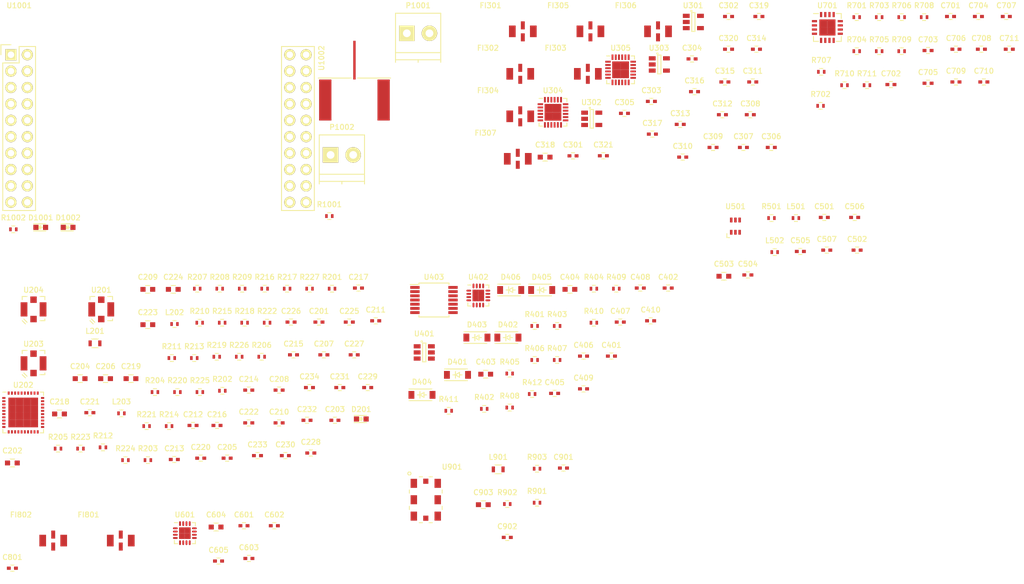
<source format=kicad_pcb>
(kicad_pcb (version 4) (host pcbnew 4.0.2-stable)
  (layers (0 F.Cu signal) (1 In1.Cu signal) (2 In2.Cu signal) (31 B.Cu signal) (34 B.Paste user) (35 F.Paste user) (36 B.SilkS user) (37 F.SilkS user) (38 B.Mask user) (39 F.Mask user) (44 Edge.Cuts user))
  (net 0 "")
  (net 1 VCC)
  (net 2 GND)
  (net 3 "Net-(C207-Pad1)")
  (net 4 "Net-(C207-Pad2)")
  (net 5 "Net-(C208-Pad1)")
  (net 6 "Net-(C208-Pad2)")
  (net 7 "Net-(C209-Pad1)")
  (net 8 "Net-(C211-Pad2)")
  (net 9 /frequency_synth/Vtune_mid)
  (net 10 "Net-(C212-Pad2)")
  (net 11 "Net-(C216-Pad2)")
  (net 12 "Net-(C218-Pad1)")
  (net 13 "Net-(C219-Pad1)")
  (net 14 "Net-(C220-Pad2)")
  (net 15 "Net-(C221-Pad2)")
  (net 16 "Net-(C223-Pad1)")
  (net 17 "Net-(C224-Pad1)")
  (net 18 "Net-(C228-Pad1)")
  (net 19 /frequency_synth/RFoutAP)
  (net 20 "Net-(C229-Pad1)")
  (net 21 /frequency_synth/RFoutAM)
  (net 22 "Net-(C232-Pad1)")
  (net 23 /frequency_synth/RFoutBM)
  (net 24 "/filter bank/FILT_RFIN")
  (net 25 /frequency_synth/RFoutBP)
  (net 26 "Net-(C301-Pad2)")
  (net 27 +5V)
  (net 28 "Net-(C303-Pad1)")
  (net 29 "/filter bank/RF1_I")
  (net 30 "Net-(C304-Pad1)")
  (net 31 "/filter bank/RF2_I")
  (net 32 "Net-(C305-Pad1)")
  (net 33 "/filter bank/RF3_I")
  (net 34 "Net-(C306-Pad1)")
  (net 35 "/filter bank/RF4_I")
  (net 36 "Net-(C307-Pad1)")
  (net 37 "/filter bank/RF5_I")
  (net 38 "Net-(C308-Pad1)")
  (net 39 "/filter bank/RF6_I")
  (net 40 "Net-(C309-Pad1)")
  (net 41 "/filter bank/RF7_I")
  (net 42 "/filter bank/RF1_O")
  (net 43 "/filter bank/RF8_I")
  (net 44 "/filter bank/RF8_O")
  (net 45 "Net-(C311-Pad2)")
  (net 46 "/filter bank/RF7_O")
  (net 47 "Net-(C312-Pad2)")
  (net 48 "/filter bank/RF6_O")
  (net 49 "Net-(C313-Pad2)")
  (net 50 "/filter bank/RF5_O")
  (net 51 "Net-(C314-Pad2)")
  (net 52 "/filter bank/RF4_O")
  (net 53 "Net-(C315-Pad2)")
  (net 54 "/filter bank/RF3_O")
  (net 55 "Net-(C316-Pad2)")
  (net 56 "/filter bank/RF2_O")
  (net 57 "Net-(C317-Pad2)")
  (net 58 "/filter bank/FILT_RFOUT")
  (net 59 "Net-(C321-Pad2)")
  (net 60 VEE)
  (net 61 "Net-(C405-Pad1)")
  (net 62 "Net-(C405-Pad2)")
  (net 63 "Net-(C406-Pad1)")
  (net 64 /attenuator/ATT_RFIN)
  (net 65 /amplifier/AMP_RFIN)
  (net 66 "Net-(C409-Pad2)")
  (net 67 "Net-(C501-Pad1)")
  (net 68 "Net-(C504-Pad2)")
  (net 69 /amplifier/AMP_RFOUT)
  (net 70 "Net-(C507-Pad2)")
  (net 71 "Net-(C601-Pad2)")
  (net 72 /switch/SW_RF1)
  (net 73 "Net-(C602-Pad2)")
  (net 74 "Net-(C605-Pad2)")
  (net 75 "Net-(C703-Pad1)")
  (net 76 "Net-(C705-Pad1)")
  (net 77 "Net-(C706-Pad1)")
  (net 78 "Net-(C706-Pad2)")
  (net 79 "Net-(C801-Pad1)")
  (net 80 "Net-(C801-Pad2)")
  (net 81 "Net-(C901-Pad1)")
  (net 82 /frequency_synth/MUXout)
  (net 83 "Net-(D201-Pad1)")
  (net 84 "/connectors, microcontroller, psu/ATT_1")
  (net 85 "Net-(D401-Pad2)")
  (net 86 "/connectors, microcontroller, psu/ATT_2")
  (net 87 "Net-(D402-Pad2)")
  (net 88 "/connectors, microcontroller, psu/ATT_3")
  (net 89 "Net-(D403-Pad2)")
  (net 90 "/connectors, microcontroller, psu/ATT_6")
  (net 91 "Net-(D404-Pad2)")
  (net 92 "/connectors, microcontroller, psu/ATT_5")
  (net 93 "Net-(D405-Pad2)")
  (net 94 "/connectors, microcontroller, psu/ATT_4")
  (net 95 "Net-(D406-Pad2)")
  (net 96 +3V3)
  (net 97 "Net-(D1001-Pad1)")
  (net 98 "Net-(D1002-Pad1)")
  (net 99 /frequency_synth/RFOUTA)
  (net 100 "Net-(L501-Pad2)")
  (net 101 "Net-(R201-Pad1)")
  (net 102 "Net-(R201-Pad2)")
  (net 103 /frequency_synth/LMX_REFIN_P)
  (net 104 /frequency_synth/LMX_REFIN_N)
  (net 105 "Net-(R203-Pad2)")
  (net 106 "/connectors, microcontroller, psu/LMX_CE")
  (net 107 /frequency_synth/CSB)
  (net 108 /frequency_synth/LMX_CSB)
  (net 109 "/connectors, microcontroller, psu/LMX_LOCK")
  (net 110 /frequency_synth/SDI)
  (net 111 "/connectors, microcontroller, psu/LMX_DAT")
  (net 112 /frequency_synth/SCK)
  (net 113 "/connectors, microcontroller, psu/LMX_CLK")
  (net 114 "Net-(R217-Pad2)")
  (net 115 "Net-(R220-Pad2)")
  (net 116 "Net-(R221-Pad2)")
  (net 117 "Net-(R225-Pad2)")
  (net 118 "Net-(R404-Pad1)")
  (net 119 /attenuator/V1)
  (net 120 "Net-(R405-Pad1)")
  (net 121 /attenuator/V2)
  (net 122 "Net-(R406-Pad1)")
  (net 123 /attenuator/V3)
  (net 124 /attenuator/V6)
  (net 125 "Net-(R407-Pad2)")
  (net 126 /attenuator/V5)
  (net 127 "Net-(R408-Pad2)")
  (net 128 /attenuator/V4)
  (net 129 "Net-(R409-Pad2)")
  (net 130 "Net-(R702-Pad1)")
  (net 131 "Net-(R703-Pad2)")
  (net 132 "/power detector/DET_OUT")
  (net 133 "/power detector/VTGT")
  (net 134 "/power detector/VREF")
  (net 135 "/power detector/TADJ")
  (net 136 "/connectors, microcontroller, psu/POWERDET")
  (net 137 "/power detector/VSET")
  (net 138 "Net-(R901-Pad1)")
  (net 139 "/connectors, microcontroller, psu/REF_SDA")
  (net 140 "/connectors, microcontroller, psu/REF_SCL")
  (net 141 "/connectors, microcontroller, psu/FILTA")
  (net 142 "/filter bank/~CTLA")
  (net 143 "/connectors, microcontroller, psu/FILTB")
  (net 144 "/filter bank/~CTLB")
  (net 145 "/connectors, microcontroller, psu/FILTC")
  (net 146 "/filter bank/~CTLC")
  (net 147 "/connectors, microcontroller, psu/RFSW")
  (net 148 "/connectors, microcontroller, psu/REF_CE")
  (module Capacitors_SMD:C_0402 (layer F.Cu) (at 197.452381 111.44)
    (fp_text reference C201 (at 0 -1.7) (layer F.SilkS) (effects (font (size 0.8 0.8))))
    (fp_text value "100 nF")
    (pad 1 smd rect (at -0.55 0) (size 0.6 0.5) (layers F.Cu F.Paste F.Mask) (net 1 VCC))
    (pad 2 smd rect (at 0.55 0) (size 0.6 0.5) (layers F.Cu F.Paste F.Mask) (net 2 GND))
  )
  (module Capacitors_SMD:C_0603 (layer F.Cu) (at 149.971429 133.26)
    (fp_text reference C202 (at 0 -1.9) (layer F.SilkS) (effects (font (size 0.8 0.8))))
    (fp_text value "10 uF")
    (pad 1 smd rect (at -0.75 0) (size 0.8 0.75) (layers F.Cu F.Paste F.Mask) (net 1 VCC))
    (pad 2 smd rect (at 0.75 0) (size 0.8 0.75) (layers F.Cu F.Paste F.Mask) (net 2 GND))
  )
  (module Capacitors_SMD:C_0402 (layer F.Cu) (at 199.922381 126.65)
    (fp_text reference C203 (at 0 -1.7) (layer F.SilkS) (effects (font (size 0.8 0.8))))
    (fp_text value "100 nF")
    (pad 1 smd rect (at -0.55 0) (size 0.6 0.5) (layers F.Cu F.Paste F.Mask) (net 1 VCC))
    (pad 2 smd rect (at 0.55 0) (size 0.6 0.5) (layers F.Cu F.Paste F.Mask) (net 2 GND))
  )
  (module Capacitors_SMD:C_0603 (layer F.Cu) (at 160.461429 120.2)
    (fp_text reference C204 (at 0 -1.9) (layer F.SilkS) (effects (font (size 0.8 0.8))))
    (fp_text value "10 uF")
    (pad 1 smd rect (at -0.75 0) (size 0.8 0.75) (layers F.Cu F.Paste F.Mask) (net 1 VCC))
    (pad 2 smd rect (at 0.75 0) (size 0.8 0.75) (layers F.Cu F.Paste F.Mask) (net 2 GND))
  )
  (module Capacitors_SMD:C_0402 (layer F.Cu) (at 183.232381 132.52)
    (fp_text reference C205 (at 0 -1.7) (layer F.SilkS) (effects (font (size 0.8 0.8))))
    (fp_text value "100 nF")
    (pad 1 smd rect (at -0.55 0) (size 0.6 0.5) (layers F.Cu F.Paste F.Mask) (net 1 VCC))
    (pad 2 smd rect (at 0.55 0) (size 0.6 0.5) (layers F.Cu F.Paste F.Mask) (net 2 GND))
  )
  (module Capacitors_SMD:C_0603 (layer F.Cu) (at 164.401429 120.2)
    (fp_text reference C206 (at 0 -1.9) (layer F.SilkS) (effects (font (size 0.8 0.8))))
    (fp_text value "10 uF")
    (pad 1 smd rect (at -0.75 0) (size 0.8 0.75) (layers F.Cu F.Paste F.Mask) (net 1 VCC))
    (pad 2 smd rect (at 0.75 0) (size 0.8 0.75) (layers F.Cu F.Paste F.Mask) (net 2 GND))
  )
  (module Capacitors_SMD:C_0402 (layer F.Cu) (at 198.212381 116.51)
    (fp_text reference C207 (at 0 -1.7) (layer F.SilkS) (effects (font (size 0.8 0.8))))
    (fp_text value "100 nF")
    (pad 1 smd rect (at -0.55 0) (size 0.6 0.5) (layers F.Cu F.Paste F.Mask) (net 3 "Net-(C207-Pad1)"))
    (pad 2 smd rect (at 0.55 0) (size 0.6 0.5) (layers F.Cu F.Paste F.Mask) (net 4 "Net-(C207-Pad2)"))
  )
  (module Capacitors_SMD:C_0402 (layer F.Cu) (at 191.282381 121.98)
    (fp_text reference C208 (at 0 -1.7) (layer F.SilkS) (effects (font (size 0.8 0.8))))
    (fp_text value "100 nF")
    (pad 1 smd rect (at -0.55 0) (size 0.6 0.5) (layers F.Cu F.Paste F.Mask) (net 5 "Net-(C208-Pad1)"))
    (pad 2 smd rect (at 0.55 0) (size 0.6 0.5) (layers F.Cu F.Paste F.Mask) (net 6 "Net-(C208-Pad2)"))
  )
  (module Capacitors_SMD:C_0603 (layer F.Cu) (at 170.951429 106.37)
    (fp_text reference C209 (at 0 -1.9) (layer F.SilkS) (effects (font (size 0.8 0.8))))
    (fp_text value "10 uF")
    (pad 1 smd rect (at -0.75 0) (size 0.8 0.75) (layers F.Cu F.Paste F.Mask) (net 7 "Net-(C209-Pad1)"))
    (pad 2 smd rect (at 0.75 0) (size 0.8 0.75) (layers F.Cu F.Paste F.Mask) (net 2 GND))
  )
  (module Capacitors_SMD:C_0402 (layer F.Cu) (at 191.282381 127.05)
    (fp_text reference C210 (at 0 -1.7) (layer F.SilkS) (effects (font (size 0.8 0.8))))
    (fp_text value "100 nF")
    (pad 1 smd rect (at -0.55 0) (size 0.6 0.5) (layers F.Cu F.Paste F.Mask) (net 2 GND))
    (pad 2 smd rect (at 0.55 0) (size 0.6 0.5) (layers F.Cu F.Paste F.Mask) (net 1 VCC))
  )
  (module Capacitors_SMD:C_0402 (layer F.Cu) (at 206.242857 111.24)
    (fp_text reference C211 (at 0 -1.7) (layer F.SilkS) (effects (font (size 0.8 0.8))))
    (fp_text value "1 uF")
    (pad 1 smd rect (at -0.55 0) (size 0.6 0.5) (layers F.Cu F.Paste F.Mask) (net 2 GND))
    (pad 2 smd rect (at 0.55 0) (size 0.6 0.5) (layers F.Cu F.Paste F.Mask) (net 8 "Net-(C211-Pad2)"))
  )
  (module Capacitors_SMD:C_0402 (layer F.Cu) (at 177.951429 127.45)
    (fp_text reference C212 (at 0 -1.7) (layer F.SilkS) (effects (font (size 0.8 0.8))))
    (fp_text value "47 nF")
    (pad 1 smd rect (at -0.55 0) (size 0.6 0.5) (layers F.Cu F.Paste F.Mask) (net 9 /frequency_synth/Vtune_mid))
    (pad 2 smd rect (at 0.55 0) (size 0.6 0.5) (layers F.Cu F.Paste F.Mask) (net 10 "Net-(C212-Pad2)"))
  )
  (module Capacitors_SMD:C_0402 (layer F.Cu) (at 175.052381 132.72)
    (fp_text reference C213 (at 0 -1.7) (layer F.SilkS) (effects (font (size 0.8 0.8))))
    (fp_text value "100 nF")
    (pad 1 smd rect (at -0.55 0) (size 0.6 0.5) (layers F.Cu F.Paste F.Mask) (net 2 GND))
    (pad 2 smd rect (at 0.55 0) (size 0.6 0.5) (layers F.Cu F.Paste F.Mask) (net 1 VCC))
  )
  (module Capacitors_SMD:C_0402 (layer F.Cu) (at 186.582381 121.98)
    (fp_text reference C214 (at 0 -1.7) (layer F.SilkS) (effects (font (size 0.8 0.8))))
    (fp_text value "560 pF")
    (pad 1 smd rect (at -0.55 0) (size 0.6 0.5) (layers F.Cu F.Paste F.Mask) (net 9 /frequency_synth/Vtune_mid))
    (pad 2 smd rect (at 0.55 0) (size 0.6 0.5) (layers F.Cu F.Paste F.Mask) (net 2 GND))
  )
  (module Capacitors_SMD:C_0402 (layer F.Cu) (at 193.512381 116.51)
    (fp_text reference C215 (at 0 -1.7) (layer F.SilkS) (effects (font (size 0.8 0.8))))
    (fp_text value "100 nF")
    (pad 1 smd rect (at -0.55 0) (size 0.6 0.5) (layers F.Cu F.Paste F.Mask) (net 1 VCC))
    (pad 2 smd rect (at 0.55 0) (size 0.6 0.5) (layers F.Cu F.Paste F.Mask) (net 2 GND))
  )
  (module Capacitors_SMD:C_0402 (layer F.Cu) (at 181.662857 127.45)
    (fp_text reference C216 (at 0 -1.7) (layer F.SilkS) (effects (font (size 0.8 0.8))))
    (fp_text value "1 uF")
    (pad 1 smd rect (at -0.55 0) (size 0.6 0.5) (layers F.Cu F.Paste F.Mask) (net 2 GND))
    (pad 2 smd rect (at 0.55 0) (size 0.6 0.5) (layers F.Cu F.Paste F.Mask) (net 11 "Net-(C216-Pad2)"))
  )
  (module Capacitors_SMD:C_0402 (layer F.Cu) (at 203.572381 106.17)
    (fp_text reference C217 (at 0 -1.7) (layer F.SilkS) (effects (font (size 0.8 0.8))))
    (fp_text value "100 nF")
    (pad 1 smd rect (at -0.55 0) (size 0.6 0.5) (layers F.Cu F.Paste F.Mask) (net 2 GND))
    (pad 2 smd rect (at 0.55 0) (size 0.6 0.5) (layers F.Cu F.Paste F.Mask) (net 1 VCC))
  )
  (module Capacitors_SMD:C_0603 (layer F.Cu) (at 157.271429 125.67)
    (fp_text reference C218 (at 0 -1.9) (layer F.SilkS) (effects (font (size 0.8 0.8))))
    (fp_text value "10 uF")
    (pad 1 smd rect (at -0.75 0) (size 0.8 0.75) (layers F.Cu F.Paste F.Mask) (net 12 "Net-(C218-Pad1)"))
    (pad 2 smd rect (at 0.75 0) (size 0.8 0.75) (layers F.Cu F.Paste F.Mask) (net 2 GND))
  )
  (module Capacitors_SMD:C_0603 (layer F.Cu) (at 168.341429 120.2)
    (fp_text reference C219 (at 0 -1.9) (layer F.SilkS) (effects (font (size 0.8 0.8))))
    (fp_text value "10 uF")
    (pad 1 smd rect (at -0.75 0) (size 0.8 0.75) (layers F.Cu F.Paste F.Mask) (net 13 "Net-(C219-Pad1)"))
    (pad 2 smd rect (at 0.75 0) (size 0.8 0.75) (layers F.Cu F.Paste F.Mask) (net 2 GND))
  )
  (module Capacitors_SMD:C_0402 (layer F.Cu) (at 179.142857 132.52)
    (fp_text reference C220 (at 0 -1.7) (layer F.SilkS) (effects (font (size 0.8 0.8))))
    (fp_text value DNP)
    (pad 1 smd rect (at -0.55 0) (size 0.6 0.5) (layers F.Cu F.Paste F.Mask) (net 2 GND))
    (pad 2 smd rect (at 0.55 0) (size 0.6 0.5) (layers F.Cu F.Paste F.Mask) (net 14 "Net-(C220-Pad2)"))
  )
  (module Capacitors_SMD:C_0402 (layer F.Cu) (at 161.973334 125.47)
    (fp_text reference C221 (at 0 -1.7) (layer F.SilkS) (effects (font (size 0.8 0.8))))
    (fp_text value "6800 pF")
    (pad 1 smd rect (at -0.55 0) (size 0.6 0.5) (layers F.Cu F.Paste F.Mask) (net 2 GND))
    (pad 2 smd rect (at 0.55 0) (size 0.6 0.5) (layers F.Cu F.Paste F.Mask) (net 15 "Net-(C221-Pad2)"))
  )
  (module Capacitors_SMD:C_0402 (layer F.Cu) (at 186.582381 127.05)
    (fp_text reference C222 (at 0 -1.7) (layer F.SilkS) (effects (font (size 0.8 0.8))))
    (fp_text value "100 nF")
    (pad 1 smd rect (at -0.55 0) (size 0.6 0.5) (layers F.Cu F.Paste F.Mask) (net 1 VCC))
    (pad 2 smd rect (at 0.55 0) (size 0.6 0.5) (layers F.Cu F.Paste F.Mask) (net 2 GND))
  )
  (module Capacitors_SMD:C_0603 (layer F.Cu) (at 170.951429 111.84)
    (fp_text reference C223 (at 0 -1.9) (layer F.SilkS) (effects (font (size 0.8 0.8))))
    (fp_text value "10 uF")
    (pad 1 smd rect (at -0.75 0) (size 0.8 0.75) (layers F.Cu F.Paste F.Mask) (net 16 "Net-(C223-Pad1)"))
    (pad 2 smd rect (at 0.75 0) (size 0.8 0.75) (layers F.Cu F.Paste F.Mask) (net 2 GND))
  )
  (module Capacitors_SMD:C_0603 (layer F.Cu) (at 174.891429 106.37)
    (fp_text reference C224 (at 0 -1.9) (layer F.SilkS) (effects (font (size 0.8 0.8))))
    (fp_text value "10 uF")
    (pad 1 smd rect (at -0.75 0) (size 0.8 0.75) (layers F.Cu F.Paste F.Mask) (net 17 "Net-(C224-Pad1)"))
    (pad 2 smd rect (at 0.75 0) (size 0.8 0.75) (layers F.Cu F.Paste F.Mask) (net 2 GND))
  )
  (module Capacitors_SMD:C_0402 (layer F.Cu) (at 202.152381 111.44)
    (fp_text reference C225 (at 0 -1.7) (layer F.SilkS) (effects (font (size 0.8 0.8))))
    (fp_text value "100 nF")
    (pad 1 smd rect (at -0.55 0) (size 0.6 0.5) (layers F.Cu F.Paste F.Mask) (net 2 GND))
    (pad 2 smd rect (at 0.55 0) (size 0.6 0.5) (layers F.Cu F.Paste F.Mask) (net 1 VCC))
  )
  (module Capacitors_SMD:C_0402 (layer F.Cu) (at 193.131429 111.44)
    (fp_text reference C226 (at 0 -1.7) (layer F.SilkS) (effects (font (size 0.8 0.8))))
    (fp_text value "30 pF")
    (pad 1 smd rect (at -0.55 0) (size 0.6 0.5) (layers F.Cu F.Paste F.Mask) (net 2 GND))
    (pad 2 smd rect (at 0.55 0) (size 0.6 0.5) (layers F.Cu F.Paste F.Mask) (net 1 VCC))
  )
  (module Capacitors_SMD:C_0402 (layer F.Cu) (at 202.912381 116.51)
    (fp_text reference C227 (at 0 -1.7) (layer F.SilkS) (effects (font (size 0.8 0.8))))
    (fp_text value "100 nF")
    (pad 1 smd rect (at -0.55 0) (size 0.6 0.5) (layers F.Cu F.Paste F.Mask) (net 2 GND))
    (pad 2 smd rect (at 0.55 0) (size 0.6 0.5) (layers F.Cu F.Paste F.Mask) (net 1 VCC))
  )
  (module Capacitors_SMD:C_0402 (layer F.Cu) (at 196.191429 131.72)
    (fp_text reference C228 (at 0 -1.7) (layer F.SilkS) (effects (font (size 0.8 0.8))))
    (fp_text value "10 pF")
    (pad 1 smd rect (at -0.55 0) (size 0.6 0.5) (layers F.Cu F.Paste F.Mask) (net 18 "Net-(C228-Pad1)"))
    (pad 2 smd rect (at 0.55 0) (size 0.6 0.5) (layers F.Cu F.Paste F.Mask) (net 19 /frequency_synth/RFoutAP))
  )
  (module Capacitors_SMD:C_0402 (layer F.Cu) (at 205.001429 121.58)
    (fp_text reference C229 (at 0 -1.7) (layer F.SilkS) (effects (font (size 0.8 0.8))))
    (fp_text value "10 pF")
    (pad 1 smd rect (at -0.55 0) (size 0.6 0.5) (layers F.Cu F.Paste F.Mask) (net 20 "Net-(C229-Pad1)"))
    (pad 2 smd rect (at 0.55 0) (size 0.6 0.5) (layers F.Cu F.Paste F.Mask) (net 21 /frequency_synth/RFoutAM))
  )
  (module Capacitors_SMD:C_0402 (layer F.Cu) (at 192.251429 132.12)
    (fp_text reference C230 (at 0 -1.7) (layer F.SilkS) (effects (font (size 0.8 0.8))))
    (fp_text value "30 pF")
    (pad 1 smd rect (at -0.55 0) (size 0.6 0.5) (layers F.Cu F.Paste F.Mask) (net 2 GND))
    (pad 2 smd rect (at 0.55 0) (size 0.6 0.5) (layers F.Cu F.Paste F.Mask) (net 1 VCC))
  )
  (module Capacitors_SMD:C_0402 (layer F.Cu) (at 200.682381 121.58)
    (fp_text reference C231 (at 0 -1.7) (layer F.SilkS) (effects (font (size 0.8 0.8))))
    (fp_text value "100 nF")
    (pad 1 smd rect (at -0.55 0) (size 0.6 0.5) (layers F.Cu F.Paste F.Mask) (net 2 GND))
    (pad 2 smd rect (at 0.55 0) (size 0.6 0.5) (layers F.Cu F.Paste F.Mask) (net 1 VCC))
  )
  (module Capacitors_SMD:C_0402 (layer F.Cu) (at 195.601429 126.65)
    (fp_text reference C232 (at 0 -1.7) (layer F.SilkS) (effects (font (size 0.8 0.8))))
    (fp_text value "30 pF")
    (pad 1 smd rect (at -0.55 0) (size 0.6 0.5) (layers F.Cu F.Paste F.Mask) (net 22 "Net-(C232-Pad1)"))
    (pad 2 smd rect (at 0.55 0) (size 0.6 0.5) (layers F.Cu F.Paste F.Mask) (net 23 /frequency_synth/RFoutBM))
  )
  (module Capacitors_SMD:C_0402 (layer F.Cu) (at 187.932381 132.12)
    (fp_text reference C233 (at 0 -1.7) (layer F.SilkS) (effects (font (size 0.8 0.8))))
    (fp_text value "100 nF")
    (pad 1 smd rect (at -0.55 0) (size 0.6 0.5) (layers F.Cu F.Paste F.Mask) (net 22 "Net-(C232-Pad1)"))
    (pad 2 smd rect (at 0.55 0) (size 0.6 0.5) (layers F.Cu F.Paste F.Mask) (net 23 /frequency_synth/RFoutBM))
  )
  (module Capacitors_SMD:C_0402 (layer F.Cu) (at 195.982381 121.58)
    (fp_text reference C234 (at 0 -1.7) (layer F.SilkS) (effects (font (size 0.8 0.8))))
    (fp_text value "100 pF")
    (pad 1 smd rect (at -0.55 0) (size 0.6 0.5) (layers F.Cu F.Paste F.Mask) (net 24 "/filter bank/FILT_RFIN"))
    (pad 2 smd rect (at 0.55 0) (size 0.6 0.5) (layers F.Cu F.Paste F.Mask) (net 25 /frequency_synth/RFoutBP))
  )
  (module Capacitors_SMD:C_0402 (layer F.Cu) (at 236.802381 85.69)
    (fp_text reference C301 (at 0 -1.7) (layer F.SilkS) (effects (font (size 0.8 0.8))))
    (fp_text value "100 pF")
    (pad 1 smd rect (at -0.55 0) (size 0.6 0.5) (layers F.Cu F.Paste F.Mask) (net 24 "/filter bank/FILT_RFIN"))
    (pad 2 smd rect (at 0.55 0) (size 0.6 0.5) (layers F.Cu F.Paste F.Mask) (net 26 "Net-(C301-Pad2)"))
  )
  (module Capacitors_SMD:C_0402 (layer F.Cu) (at 260.892381 64.11)
    (fp_text reference C302 (at 0 -1.7) (layer F.SilkS) (effects (font (size 0.8 0.8))))
    (fp_text value "100 nF")
    (pad 1 smd rect (at -0.55 0) (size 0.6 0.5) (layers F.Cu F.Paste F.Mask) (net 2 GND))
    (pad 2 smd rect (at 0.55 0) (size 0.6 0.5) (layers F.Cu F.Paste F.Mask) (net 27 +5V))
  )
  (module Capacitors_SMD:C_0402 (layer F.Cu) (at 248.941429 77.26)
    (fp_text reference C303 (at 0 -1.7) (layer F.SilkS) (effects (font (size 0.8 0.8))))
    (fp_text value "30 pF")
    (pad 1 smd rect (at -0.55 0) (size 0.6 0.5) (layers F.Cu F.Paste F.Mask) (net 28 "Net-(C303-Pad1)"))
    (pad 2 smd rect (at 0.55 0) (size 0.6 0.5) (layers F.Cu F.Paste F.Mask) (net 29 "/filter bank/RF1_I"))
  )
  (module Capacitors_SMD:C_0402 (layer F.Cu) (at 255.241429 70.68)
    (fp_text reference C304 (at 0 -1.7) (layer F.SilkS) (effects (font (size 0.8 0.8))))
    (fp_text value "30 pF")
    (pad 1 smd rect (at -0.55 0) (size 0.6 0.5) (layers F.Cu F.Paste F.Mask) (net 30 "Net-(C304-Pad1)"))
    (pad 2 smd rect (at 0.55 0) (size 0.6 0.5) (layers F.Cu F.Paste F.Mask) (net 31 "/filter bank/RF2_I"))
  )
  (module Capacitors_SMD:C_0402 (layer F.Cu) (at 244.771429 79.11)
    (fp_text reference C305 (at 0 -1.7) (layer F.SilkS) (effects (font (size 0.8 0.8))))
    (fp_text value "30 pF")
    (pad 1 smd rect (at -0.55 0) (size 0.6 0.5) (layers F.Cu F.Paste F.Mask) (net 32 "Net-(C305-Pad1)"))
    (pad 2 smd rect (at 0.55 0) (size 0.6 0.5) (layers F.Cu F.Paste F.Mask) (net 33 "/filter bank/RF3_I"))
  )
  (module Capacitors_SMD:C_0402 (layer F.Cu) (at 267.511429 84.39)
    (fp_text reference C306 (at 0 -1.7) (layer F.SilkS) (effects (font (size 0.8 0.8))))
    (fp_text value "30 pF")
    (pad 1 smd rect (at -0.55 0) (size 0.6 0.5) (layers F.Cu F.Paste F.Mask) (net 34 "Net-(C306-Pad1)"))
    (pad 2 smd rect (at 0.55 0) (size 0.6 0.5) (layers F.Cu F.Paste F.Mask) (net 35 "/filter bank/RF4_I"))
  )
  (module Capacitors_SMD:C_0402 (layer F.Cu) (at 263.192381 84.39)
    (fp_text reference C307 (at 0 -1.7) (layer F.SilkS) (effects (font (size 0.8 0.8))))
    (fp_text value "100 pF")
    (pad 1 smd rect (at -0.55 0) (size 0.6 0.5) (layers F.Cu F.Paste F.Mask) (net 36 "Net-(C307-Pad1)"))
    (pad 2 smd rect (at 0.55 0) (size 0.6 0.5) (layers F.Cu F.Paste F.Mask) (net 37 "/filter bank/RF5_I"))
  )
  (module Capacitors_SMD:C_0402 (layer F.Cu) (at 264.262381 79.32)
    (fp_text reference C308 (at 0 -1.7) (layer F.SilkS) (effects (font (size 0.8 0.8))))
    (fp_text value "100 pF")
    (pad 1 smd rect (at -0.55 0) (size 0.6 0.5) (layers F.Cu F.Paste F.Mask) (net 38 "Net-(C308-Pad1)"))
    (pad 2 smd rect (at 0.55 0) (size 0.6 0.5) (layers F.Cu F.Paste F.Mask) (net 39 "/filter bank/RF6_I"))
  )
  (module Capacitors_SMD:C_0402 (layer F.Cu) (at 258.492381 84.39)
    (fp_text reference C309 (at 0 -1.7) (layer F.SilkS) (effects (font (size 0.8 0.8))))
    (fp_text value "100 pF")
    (pad 1 smd rect (at -0.55 0) (size 0.6 0.5) (layers F.Cu F.Paste F.Mask) (net 40 "Net-(C309-Pad1)"))
    (pad 2 smd rect (at 0.55 0) (size 0.6 0.5) (layers F.Cu F.Paste F.Mask) (net 41 "/filter bank/RF7_I"))
  )
  (module Capacitors_SMD:C_0402 (layer F.Cu) (at 253.792381 85.89)
    (fp_text reference C310 (at 0 -1.7) (layer F.SilkS) (effects (font (size 0.8 0.8))))
    (fp_text value "100 pF")
    (pad 1 smd rect (at -0.55 0) (size 0.6 0.5) (layers F.Cu F.Paste F.Mask) (net 42 "/filter bank/RF1_O"))
    (pad 2 smd rect (at 0.55 0) (size 0.6 0.5) (layers F.Cu F.Paste F.Mask) (net 43 "/filter bank/RF8_I"))
  )
  (module Capacitors_SMD:C_0402 (layer F.Cu) (at 264.641429 74.25)
    (fp_text reference C311 (at 0 -1.7) (layer F.SilkS) (effects (font (size 0.8 0.8))))
    (fp_text value "30 pF")
    (pad 1 smd rect (at -0.55 0) (size 0.6 0.5) (layers F.Cu F.Paste F.Mask) (net 44 "/filter bank/RF8_O"))
    (pad 2 smd rect (at 0.55 0) (size 0.6 0.5) (layers F.Cu F.Paste F.Mask) (net 45 "Net-(C311-Pad2)"))
  )
  (module Capacitors_SMD:C_0402 (layer F.Cu) (at 259.941429 79.32)
    (fp_text reference C312 (at 0 -1.7) (layer F.SilkS) (effects (font (size 0.8 0.8))))
    (fp_text value "30 pF")
    (pad 1 smd rect (at -0.55 0) (size 0.6 0.5) (layers F.Cu F.Paste F.Mask) (net 46 "/filter bank/RF7_O"))
    (pad 2 smd rect (at 0.55 0) (size 0.6 0.5) (layers F.Cu F.Paste F.Mask) (net 47 "Net-(C312-Pad2)"))
  )
  (module Capacitors_SMD:C_0402 (layer F.Cu) (at 253.411429 80.82)
    (fp_text reference C313 (at 0 -1.7) (layer F.SilkS) (effects (font (size 0.8 0.8))))
    (fp_text value "30 pF")
    (pad 1 smd rect (at -0.55 0) (size 0.6 0.5) (layers F.Cu F.Paste F.Mask) (net 48 "/filter bank/RF6_O"))
    (pad 2 smd rect (at 0.55 0) (size 0.6 0.5) (layers F.Cu F.Paste F.Mask) (net 49 "Net-(C313-Pad2)"))
  )
  (module Capacitors_SMD:C_0402 (layer F.Cu) (at 265.211429 69.18)
    (fp_text reference C314 (at 0 -1.7) (layer F.SilkS) (effects (font (size 0.8 0.8))))
    (fp_text value "30 pF")
    (pad 1 smd rect (at -0.55 0) (size 0.6 0.5) (layers F.Cu F.Paste F.Mask) (net 50 "/filter bank/RF5_O"))
    (pad 2 smd rect (at 0.55 0) (size 0.6 0.5) (layers F.Cu F.Paste F.Mask) (net 51 "Net-(C314-Pad2)"))
  )
  (module Capacitors_SMD:C_0402 (layer F.Cu) (at 260.322381 74.25)
    (fp_text reference C315 (at 0 -1.7) (layer F.SilkS) (effects (font (size 0.8 0.8))))
    (fp_text value "100 pF")
    (pad 1 smd rect (at -0.55 0) (size 0.6 0.5) (layers F.Cu F.Paste F.Mask) (net 52 "/filter bank/RF4_O"))
    (pad 2 smd rect (at 0.55 0) (size 0.6 0.5) (layers F.Cu F.Paste F.Mask) (net 53 "Net-(C315-Pad2)"))
  )
  (module Capacitors_SMD:C_0402 (layer F.Cu) (at 255.622381 75.75)
    (fp_text reference C316 (at 0 -1.7) (layer F.SilkS) (effects (font (size 0.8 0.8))))
    (fp_text value "100 pF")
    (pad 1 smd rect (at -0.55 0) (size 0.6 0.5) (layers F.Cu F.Paste F.Mask) (net 54 "/filter bank/RF3_O"))
    (pad 2 smd rect (at 0.55 0) (size 0.6 0.5) (layers F.Cu F.Paste F.Mask) (net 55 "Net-(C316-Pad2)"))
  )
  (module Capacitors_SMD:C_0402 (layer F.Cu) (at 249.092381 82.33)
    (fp_text reference C317 (at 0 -1.7) (layer F.SilkS) (effects (font (size 0.8 0.8))))
    (fp_text value "100 pF")
    (pad 1 smd rect (at -0.55 0) (size 0.6 0.5) (layers F.Cu F.Paste F.Mask) (net 56 "/filter bank/RF2_O"))
    (pad 2 smd rect (at 0.55 0) (size 0.6 0.5) (layers F.Cu F.Paste F.Mask) (net 57 "Net-(C317-Pad2)"))
  )
  (module Capacitors_SMD:C_0603 (layer F.Cu) (at 232.481429 85.89)
    (fp_text reference C318 (at 0 -1.9) (layer F.SilkS) (effects (font (size 0.8 0.8))))
    (fp_text value "10 uF")
    (pad 1 smd rect (at -0.75 0) (size 0.8 0.75) (layers F.Cu F.Paste F.Mask) (net 2 GND))
    (pad 2 smd rect (at 0.75 0) (size 0.8 0.75) (layers F.Cu F.Paste F.Mask) (net 27 +5V))
  )
  (module Capacitors_SMD:C_0402 (layer F.Cu) (at 265.592381 64.11)
    (fp_text reference C319 (at 0 -1.7) (layer F.SilkS) (effects (font (size 0.8 0.8))))
    (fp_text value "100 nF")
    (pad 1 smd rect (at -0.55 0) (size 0.6 0.5) (layers F.Cu F.Paste F.Mask) (net 2 GND))
    (pad 2 smd rect (at 0.55 0) (size 0.6 0.5) (layers F.Cu F.Paste F.Mask) (net 27 +5V))
  )
  (module Capacitors_SMD:C_0402 (layer F.Cu) (at 260.892381 69.18)
    (fp_text reference C320 (at 0 -1.7) (layer F.SilkS) (effects (font (size 0.8 0.8))))
    (fp_text value "100 nF")
    (pad 1 smd rect (at -0.55 0) (size 0.6 0.5) (layers F.Cu F.Paste F.Mask) (net 2 GND))
    (pad 2 smd rect (at 0.55 0) (size 0.6 0.5) (layers F.Cu F.Paste F.Mask) (net 27 +5V))
  )
  (module Capacitors_SMD:C_0402 (layer F.Cu) (at 241.502381 85.68)
    (fp_text reference C321 (at 0 -1.7) (layer F.SilkS) (effects (font (size 0.8 0.8))))
    (fp_text value "100 pF")
    (pad 1 smd rect (at -0.55 0) (size 0.6 0.5) (layers F.Cu F.Paste F.Mask) (net 58 "/filter bank/FILT_RFOUT"))
    (pad 2 smd rect (at 0.55 0) (size 0.6 0.5) (layers F.Cu F.Paste F.Mask) (net 59 "Net-(C321-Pad2)"))
  )
  (module Capacitors_SMD:C_0402 (layer F.Cu) (at 242.751429 116.71)
    (fp_text reference C401 (at 0 -1.7) (layer F.SilkS) (effects (font (size 0.8 0.8))))
    (fp_text value "30 pF")
    (pad 1 smd rect (at -0.55 0) (size 0.6 0.5) (layers F.Cu F.Paste F.Mask) (net 2 GND))
    (pad 2 smd rect (at 0.55 0) (size 0.6 0.5) (layers F.Cu F.Paste F.Mask) (net 27 +5V))
  )
  (module Capacitors_SMD:C_0402 (layer F.Cu) (at 251.542381 106.17)
    (fp_text reference C402 (at 0 -1.7) (layer F.SilkS) (effects (font (size 0.8 0.8))))
    (fp_text value "100 nF")
    (pad 1 smd rect (at -0.55 0) (size 0.6 0.5) (layers F.Cu F.Paste F.Mask) (net 2 GND))
    (pad 2 smd rect (at 0.55 0) (size 0.6 0.5) (layers F.Cu F.Paste F.Mask) (net 27 +5V))
  )
  (module Capacitors_SMD:C_0603 (layer F.Cu) (at 223.281429 119.51)
    (fp_text reference C403 (at 0 -1.9) (layer F.SilkS) (effects (font (size 0.8 0.8))))
    (fp_text value "10 uF")
    (pad 1 smd rect (at -0.75 0) (size 0.8 0.75) (layers F.Cu F.Paste F.Mask) (net 27 +5V))
    (pad 2 smd rect (at 0.75 0) (size 0.8 0.75) (layers F.Cu F.Paste F.Mask) (net 2 GND))
  )
  (module Capacitors_SMD:C_0603 (layer F.Cu) (at 236.321429 106.37)
    (fp_text reference C404 (at 0 -1.9) (layer F.SilkS) (effects (font (size 0.8 0.8))))
    (fp_text value "10 uF")
    (pad 1 smd rect (at -0.75 0) (size 0.8 0.75) (layers F.Cu F.Paste F.Mask) (net 60 VEE))
    (pad 2 smd rect (at 0.75 0) (size 0.8 0.75) (layers F.Cu F.Paste F.Mask) (net 2 GND))
  )
  (module Capacitors_SMD:C_0402 (layer F.Cu) (at 233.952857 122.48)
    (fp_text reference C405 (at 0 -1.7) (layer F.SilkS) (effects (font (size 0.8 0.8))))
    (fp_text value "1 uF")
    (pad 1 smd rect (at -0.55 0) (size 0.6 0.5) (layers F.Cu F.Paste F.Mask) (net 61 "Net-(C405-Pad1)"))
    (pad 2 smd rect (at 0.55 0) (size 0.6 0.5) (layers F.Cu F.Paste F.Mask) (net 62 "Net-(C405-Pad2)"))
  )
  (module Capacitors_SMD:C_0402 (layer F.Cu) (at 238.432381 116.71)
    (fp_text reference C406 (at 0 -1.7) (layer F.SilkS) (effects (font (size 0.8 0.8))))
    (fp_text value "100 pF")
    (pad 1 smd rect (at -0.55 0) (size 0.6 0.5) (layers F.Cu F.Paste F.Mask) (net 63 "Net-(C406-Pad1)"))
    (pad 2 smd rect (at 0.55 0) (size 0.6 0.5) (layers F.Cu F.Paste F.Mask) (net 64 /attenuator/ATT_RFIN))
  )
  (module Capacitors_SMD:C_0402 (layer F.Cu) (at 244.122381 111.44)
    (fp_text reference C407 (at 0 -1.7) (layer F.SilkS) (effects (font (size 0.8 0.8))))
    (fp_text value "100 nF")
    (pad 1 smd rect (at -0.55 0) (size 0.6 0.5) (layers F.Cu F.Paste F.Mask) (net 2 GND))
    (pad 2 smd rect (at 0.55 0) (size 0.6 0.5) (layers F.Cu F.Paste F.Mask) (net 60 VEE))
  )
  (module Capacitors_SMD:C_0402 (layer F.Cu) (at 247.221429 106.17)
    (fp_text reference C408 (at 0 -1.7) (layer F.SilkS) (effects (font (size 0.8 0.8))))
    (fp_text value "30 pF")
    (pad 1 smd rect (at -0.55 0) (size 0.6 0.5) (layers F.Cu F.Paste F.Mask) (net 2 GND))
    (pad 2 smd rect (at 0.55 0) (size 0.6 0.5) (layers F.Cu F.Paste F.Mask) (net 60 VEE))
  )
  (module Capacitors_SMD:C_0402 (layer F.Cu) (at 238.432381 121.78)
    (fp_text reference C409 (at 0 -1.7) (layer F.SilkS) (effects (font (size 0.8 0.8))))
    (fp_text value "100 pF")
    (pad 1 smd rect (at -0.55 0) (size 0.6 0.5) (layers F.Cu F.Paste F.Mask) (net 65 /amplifier/AMP_RFIN))
    (pad 2 smd rect (at 0.55 0) (size 0.6 0.5) (layers F.Cu F.Paste F.Mask) (net 66 "Net-(C409-Pad2)"))
  )
  (module Capacitors_SMD:C_0402 (layer F.Cu) (at 248.822381 111.24)
    (fp_text reference C410 (at 0 -1.7) (layer F.SilkS) (effects (font (size 0.8 0.8))))
    (fp_text value "100 nF")
    (pad 1 smd rect (at -0.55 0) (size 0.6 0.5) (layers F.Cu F.Paste F.Mask) (net 2 GND))
    (pad 2 smd rect (at 0.55 0) (size 0.6 0.5) (layers F.Cu F.Paste F.Mask) (net 60 VEE))
  )
  (module Capacitors_SMD:C_0402 (layer F.Cu) (at 275.722381 95.23)
    (fp_text reference C501 (at 0 -1.7) (layer F.SilkS) (effects (font (size 0.8 0.8))))
    (fp_text value "100 pF")
    (pad 1 smd rect (at -0.55 0) (size 0.6 0.5) (layers F.Cu F.Paste F.Mask) (net 67 "Net-(C501-Pad1)"))
    (pad 2 smd rect (at 0.55 0) (size 0.6 0.5) (layers F.Cu F.Paste F.Mask) (net 65 /amplifier/AMP_RFIN))
  )
  (module Capacitors_SMD:C_0402 (layer F.Cu) (at 280.802381 100.3)
    (fp_text reference C502 (at 0 -1.7) (layer F.SilkS) (effects (font (size 0.8 0.8))))
    (fp_text value "100 pF")
    (pad 1 smd rect (at -0.55 0) (size 0.6 0.5) (layers F.Cu F.Paste F.Mask) (net 2 GND))
    (pad 2 smd rect (at 0.55 0) (size 0.6 0.5) (layers F.Cu F.Paste F.Mask) (net 27 +5V))
  )
  (module Capacitors_SMD:C_0603 (layer F.Cu) (at 260.171429 104.34)
    (fp_text reference C503 (at 0 -1.9) (layer F.SilkS) (effects (font (size 0.8 0.8))))
    (fp_text value "10 uF")
    (pad 1 smd rect (at -0.75 0) (size 0.8 0.75) (layers F.Cu F.Paste F.Mask) (net 2 GND))
    (pad 2 smd rect (at 0.75 0) (size 0.8 0.75) (layers F.Cu F.Paste F.Mask) (net 27 +5V))
  )
  (module Capacitors_SMD:C_0402 (layer F.Cu) (at 263.882857 104.14)
    (fp_text reference C504 (at 0 -1.7) (layer F.SilkS) (effects (font (size 0.8 0.8))))
    (fp_text value "1 uF")
    (pad 1 smd rect (at -0.55 0) (size 0.6 0.5) (layers F.Cu F.Paste F.Mask) (net 2 GND))
    (pad 2 smd rect (at 0.55 0) (size 0.6 0.5) (layers F.Cu F.Paste F.Mask) (net 68 "Net-(C504-Pad2)"))
  )
  (module Capacitors_SMD:C_0402 (layer F.Cu) (at 272.012857 100.5)
    (fp_text reference C505 (at 0 -1.7) (layer F.SilkS) (effects (font (size 0.8 0.8))))
    (fp_text value "1 uF")
    (pad 1 smd rect (at -0.55 0) (size 0.6 0.5) (layers F.Cu F.Paste F.Mask) (net 2 GND))
    (pad 2 smd rect (at 0.55 0) (size 0.6 0.5) (layers F.Cu F.Paste F.Mask) (net 27 +5V))
  )
  (module Capacitors_SMD:C_0402 (layer F.Cu) (at 280.422381 95.23)
    (fp_text reference C506 (at 0 -1.7) (layer F.SilkS) (effects (font (size 0.8 0.8))))
    (fp_text value "100 pF")
    (pad 1 smd rect (at -0.55 0) (size 0.6 0.5) (layers F.Cu F.Paste F.Mask) (net 2 GND))
    (pad 2 smd rect (at 0.55 0) (size 0.6 0.5) (layers F.Cu F.Paste F.Mask) (net 68 "Net-(C504-Pad2)"))
  )
  (module Capacitors_SMD:C_0402 (layer F.Cu) (at 276.102381 100.3)
    (fp_text reference C507 (at 0 -1.7) (layer F.SilkS) (effects (font (size 0.8 0.8))))
    (fp_text value "100 pF")
    (pad 1 smd rect (at -0.55 0) (size 0.6 0.5) (layers F.Cu F.Paste F.Mask) (net 69 /amplifier/AMP_RFOUT))
    (pad 2 smd rect (at 0.55 0) (size 0.6 0.5) (layers F.Cu F.Paste F.Mask) (net 70 "Net-(C507-Pad2)"))
  )
  (module Capacitors_SMD:C_0402 (layer F.Cu) (at 185.842381 142.98)
    (fp_text reference C601 (at 0 -1.7) (layer F.SilkS) (effects (font (size 0.8 0.8))))
    (fp_text value "100 pF")
    (pad 1 smd rect (at -0.55 0) (size 0.6 0.5) (layers F.Cu F.Paste F.Mask) (net 58 "/filter bank/FILT_RFOUT"))
    (pad 2 smd rect (at 0.55 0) (size 0.6 0.5) (layers F.Cu F.Paste F.Mask) (net 71 "Net-(C601-Pad2)"))
  )
  (module Capacitors_SMD:C_0402 (layer F.Cu) (at 190.542381 142.98)
    (fp_text reference C602 (at 0 -1.7) (layer F.SilkS) (effects (font (size 0.8 0.8))))
    (fp_text value "100 pF")
    (pad 1 smd rect (at -0.55 0) (size 0.6 0.5) (layers F.Cu F.Paste F.Mask) (net 72 /switch/SW_RF1))
    (pad 2 smd rect (at 0.55 0) (size 0.6 0.5) (layers F.Cu F.Paste F.Mask) (net 73 "Net-(C602-Pad2)"))
  )
  (module Capacitors_SMD:C_0402 (layer F.Cu) (at 186.602381 148.05)
    (fp_text reference C603 (at 0 -1.7) (layer F.SilkS) (effects (font (size 0.8 0.8))))
    (fp_text value "100 pF")
    (pad 1 smd rect (at -0.55 0) (size 0.6 0.5) (layers F.Cu F.Paste F.Mask) (net 27 +5V))
    (pad 2 smd rect (at 0.55 0) (size 0.6 0.5) (layers F.Cu F.Paste F.Mask) (net 2 GND))
  )
  (module Capacitors_SMD:C_0603 (layer F.Cu) (at 181.521429 143.18)
    (fp_text reference C604 (at 0 -1.9) (layer F.SilkS) (effects (font (size 0.8 0.8))))
    (fp_text value "10 uF")
    (pad 1 smd rect (at -0.75 0) (size 0.8 0.75) (layers F.Cu F.Paste F.Mask) (net 27 +5V))
    (pad 2 smd rect (at 0.75 0) (size 0.8 0.75) (layers F.Cu F.Paste F.Mask) (net 2 GND))
  )
  (module Capacitors_SMD:C_0402 (layer F.Cu) (at 181.902381 148.45)
    (fp_text reference C605 (at 0 -1.7) (layer F.SilkS) (effects (font (size 0.8 0.8))))
    (fp_text value "100 pF")
    (pad 1 smd rect (at -0.55 0) (size 0.6 0.5) (layers F.Cu F.Paste F.Mask) (net 64 /attenuator/ATT_RFIN))
    (pad 2 smd rect (at 0.55 0) (size 0.6 0.5) (layers F.Cu F.Paste F.Mask) (net 74 "Net-(C605-Pad2)"))
  )
  (module Capacitors_SMD:C_0402 (layer F.Cu) (at 295.272381 64.11)
    (fp_text reference C701 (at 0 -1.7) (layer F.SilkS) (effects (font (size 0.8 0.8))))
    (fp_text value "100 nF")
    (pad 1 smd rect (at -0.55 0) (size 0.6 0.5) (layers F.Cu F.Paste F.Mask) (net 27 +5V))
    (pad 2 smd rect (at 0.55 0) (size 0.6 0.5) (layers F.Cu F.Paste F.Mask) (net 2 GND))
  )
  (module Capacitors_SMD:C_0402 (layer F.Cu) (at 286.041429 74.65)
    (fp_text reference C702 (at 0 -1.7) (layer F.SilkS) (effects (font (size 0.8 0.8))))
    (fp_text value "30 pF")
    (pad 1 smd rect (at -0.55 0) (size 0.6 0.5) (layers F.Cu F.Paste F.Mask) (net 27 +5V))
    (pad 2 smd rect (at 0.55 0) (size 0.6 0.5) (layers F.Cu F.Paste F.Mask) (net 2 GND))
  )
  (module Capacitors_SMD:C_0402 (layer F.Cu) (at 291.792381 69.38)
    (fp_text reference C703 (at 0 -1.7) (layer F.SilkS) (effects (font (size 0.8 0.8))))
    (fp_text value "100 nF")
    (pad 1 smd rect (at -0.55 0) (size 0.6 0.5) (layers F.Cu F.Paste F.Mask) (net 75 "Net-(C703-Pad1)"))
    (pad 2 smd rect (at 0.55 0) (size 0.6 0.5) (layers F.Cu F.Paste F.Mask) (net 2 GND))
  )
  (module Capacitors_SMD:C_0402 (layer F.Cu) (at 299.591429 64.11)
    (fp_text reference C704 (at 0 -1.7) (layer F.SilkS) (effects (font (size 0.8 0.8))))
    (fp_text value "30 pF")
    (pad 1 smd rect (at -0.55 0) (size 0.6 0.5) (layers F.Cu F.Paste F.Mask) (net 75 "Net-(C703-Pad1)"))
    (pad 2 smd rect (at 0.55 0) (size 0.6 0.5) (layers F.Cu F.Paste F.Mask) (net 2 GND))
  )
  (module Capacitors_SMD:C_0402 (layer F.Cu) (at 291.792381 74.45)
    (fp_text reference C705 (at 0 -1.7) (layer F.SilkS) (effects (font (size 0.8 0.8))))
    (fp_text value "100 nF")
    (pad 1 smd rect (at -0.55 0) (size 0.6 0.5) (layers F.Cu F.Paste F.Mask) (net 76 "Net-(C705-Pad1)"))
    (pad 2 smd rect (at 0.55 0) (size 0.6 0.5) (layers F.Cu F.Paste F.Mask) (net 2 GND))
  )
  (module Capacitors_SMD:C_0402 (layer F.Cu) (at 296.111429 69.18)
    (fp_text reference C706 (at 0 -1.7) (layer F.SilkS) (effects (font (size 0.8 0.8))))
    (fp_text value "30 pF")
    (pad 1 smd rect (at -0.55 0) (size 0.6 0.5) (layers F.Cu F.Paste F.Mask) (net 77 "Net-(C706-Pad1)"))
    (pad 2 smd rect (at 0.55 0) (size 0.6 0.5) (layers F.Cu F.Paste F.Mask) (net 78 "Net-(C706-Pad2)"))
  )
  (module Capacitors_SMD:C_0402 (layer F.Cu) (at 303.912381 64.11)
    (fp_text reference C707 (at 0 -1.7) (layer F.SilkS) (effects (font (size 0.8 0.8))))
    (fp_text value "100 nF")
    (pad 1 smd rect (at -0.55 0) (size 0.6 0.5) (layers F.Cu F.Paste F.Mask) (net 77 "Net-(C706-Pad1)"))
    (pad 2 smd rect (at 0.55 0) (size 0.6 0.5) (layers F.Cu F.Paste F.Mask) (net 78 "Net-(C706-Pad2)"))
  )
  (module Capacitors_SMD:C_0402 (layer F.Cu) (at 300.051429 69.18)
    (fp_text reference C708 (at 0 -1.7) (layer F.SilkS) (effects (font (size 0.8 0.8))))
    (fp_text value "30 pF")
    (pad 1 smd rect (at -0.55 0) (size 0.6 0.5) (layers F.Cu F.Paste F.Mask) (net 27 +5V))
    (pad 2 smd rect (at 0.55 0) (size 0.6 0.5) (layers F.Cu F.Paste F.Mask) (net 2 GND))
  )
  (module Capacitors_SMD:C_0402 (layer F.Cu) (at 296.111429 74.25)
    (fp_text reference C709 (at 0 -1.7) (layer F.SilkS) (effects (font (size 0.8 0.8))))
    (fp_text value "10 uF")
    (pad 1 smd rect (at -0.55 0) (size 0.6 0.5) (layers F.Cu F.Paste F.Mask) (net 27 +5V))
    (pad 2 smd rect (at 0.55 0) (size 0.6 0.5) (layers F.Cu F.Paste F.Mask) (net 2 GND))
  )
  (module Capacitors_SMD:C_0402 (layer F.Cu) (at 300.432381 74.25)
    (fp_text reference C710 (at 0 -1.7) (layer F.SilkS) (effects (font (size 0.8 0.8))))
    (fp_text value "100 nF")
    (pad 1 smd rect (at -0.55 0) (size 0.6 0.5) (layers F.Cu F.Paste F.Mask) (net 27 +5V))
    (pad 2 smd rect (at 0.55 0) (size 0.6 0.5) (layers F.Cu F.Paste F.Mask) (net 2 GND))
  )
  (module Capacitors_SMD:C_0402 (layer F.Cu) (at 304.372381 69.18)
    (fp_text reference C711 (at 0 -1.7) (layer F.SilkS) (effects (font (size 0.8 0.8))))
    (fp_text value "100 nF")
    (pad 1 smd rect (at -0.55 0) (size 0.6 0.5) (layers F.Cu F.Paste F.Mask) (net 2 GND))
    (pad 2 smd rect (at 0.55 0) (size 0.6 0.5) (layers F.Cu F.Paste F.Mask) (net 27 +5V))
  )
  (module Capacitors_SMD:C_0402 (layer F.Cu) (at 149.971429 149.56)
    (fp_text reference C801 (at 0 -1.7) (layer F.SilkS) (effects (font (size 0.8 0.8))))
    (fp_text value "10 pF")
    (pad 1 smd rect (at -0.55 0) (size 0.6 0.5) (layers F.Cu F.Paste F.Mask) (net 79 "Net-(C801-Pad1)"))
    (pad 2 smd rect (at 0.55 0) (size 0.6 0.5) (layers F.Cu F.Paste F.Mask) (net 80 "Net-(C801-Pad2)"))
  )
  (module Capacitors_SMD:C_0402 (layer F.Cu) (at 235.322381 134.05)
    (fp_text reference C901 (at 0 -1.7) (layer F.SilkS) (effects (font (size 0.8 0.8))))
    (fp_text value "100 nF")
    (pad 1 smd rect (at -0.55 0) (size 0.6 0.5) (layers F.Cu F.Paste F.Mask) (net 81 "Net-(C901-Pad1)"))
    (pad 2 smd rect (at 0.55 0) (size 0.6 0.5) (layers F.Cu F.Paste F.Mask) (net 2 GND))
  )
  (module Capacitors_SMD:C_0402 (layer F.Cu) (at 226.622857 144.79)
    (fp_text reference C902 (at 0 -1.7) (layer F.SilkS) (effects (font (size 0.8 0.8))))
    (fp_text value "1 uF")
    (pad 1 smd rect (at -0.55 0) (size 0.6 0.5) (layers F.Cu F.Paste F.Mask) (net 81 "Net-(C901-Pad1)"))
    (pad 2 smd rect (at 0.55 0) (size 0.6 0.5) (layers F.Cu F.Paste F.Mask) (net 2 GND))
  )
  (module Capacitors_SMD:C_0603 (layer F.Cu) (at 222.911429 139.72)
    (fp_text reference C903 (at 0 -1.9) (layer F.SilkS) (effects (font (size 0.8 0.8))))
    (fp_text value "10 uF")
    (pad 1 smd rect (at -0.75 0) (size 0.8 0.75) (layers F.Cu F.Paste F.Mask) (net 81 "Net-(C901-Pad1)"))
    (pad 2 smd rect (at 0.75 0) (size 0.8 0.75) (layers F.Cu F.Paste F.Mask) (net 2 GND))
  )
  (module LEDs:LED_0603 (layer F.Cu) (at 204.012857 126.45)
    (fp_text reference D201 (at 0 -1.5) (layer F.SilkS) (effects (font (size 0.8 0.8))))
    (fp_text value LED)
    (pad 2 smd rect (at 0.7493 0 180) (size 0.79756 0.79756) (layers F.Cu F.Paste F.Mask) (net 82 /frequency_synth/MUXout))
    (pad 1 smd rect (at -0.7493 0 180) (size 0.79756 0.79756) (layers F.Cu F.Paste F.Mask) (net 83 "Net-(D201-Pad1)"))
  )
  (module Diodes_SMD:SOD-123 (layer F.Cu) (at 218.910001 119.61)
    (fp_text reference D401 (at 0 -2) (layer F.SilkS) (effects (font (size 0.8 0.8))))
    (fp_text value 3.3V)
    (pad 1 smd rect (at -1.635 0) (size 0.91 1.22) (layers F.Cu F.Paste F.Mask) (net 84 "/connectors, microcontroller, psu/ATT_1"))
    (pad 2 smd rect (at 1.635 0) (size 0.91 1.22) (layers F.Cu F.Paste F.Mask) (net 85 "Net-(D401-Pad2)"))
  )
  (module Diodes_SMD:SOD-123 (layer F.Cu) (at 226.720001 113.84)
    (fp_text reference D402 (at 0 -2) (layer F.SilkS) (effects (font (size 0.8 0.8))))
    (fp_text value 3.3V)
    (pad 1 smd rect (at -1.635 0) (size 0.91 1.22) (layers F.Cu F.Paste F.Mask) (net 86 "/connectors, microcontroller, psu/ATT_2"))
    (pad 2 smd rect (at 1.635 0) (size 0.91 1.22) (layers F.Cu F.Paste F.Mask) (net 87 "Net-(D402-Pad2)"))
  )
  (module Diodes_SMD:SOD-123 (layer F.Cu) (at 221.920001 113.84)
    (fp_text reference D403 (at 0 -2) (layer F.SilkS) (effects (font (size 0.8 0.8))))
    (fp_text value 3.3V)
    (pad 1 smd rect (at -1.635 0) (size 0.91 1.22) (layers F.Cu F.Paste F.Mask) (net 88 "/connectors, microcontroller, psu/ATT_3"))
    (pad 2 smd rect (at 1.635 0) (size 0.91 1.22) (layers F.Cu F.Paste F.Mask) (net 89 "Net-(D403-Pad2)"))
  )
  (module Diodes_SMD:SOD-123 (layer F.Cu) (at 213.410001 122.71)
    (fp_text reference D404 (at 0 -2) (layer F.SilkS) (effects (font (size 0.8 0.8))))
    (fp_text value 3.3V)
    (pad 1 smd rect (at -1.635 0) (size 0.91 1.22) (layers F.Cu F.Paste F.Mask) (net 90 "/connectors, microcontroller, psu/ATT_6"))
    (pad 2 smd rect (at 1.635 0) (size 0.91 1.22) (layers F.Cu F.Paste F.Mask) (net 91 "Net-(D404-Pad2)"))
  )
  (module Diodes_SMD:SOD-123 (layer F.Cu) (at 231.950001 106.47)
    (fp_text reference D405 (at 0 -2) (layer F.SilkS) (effects (font (size 0.8 0.8))))
    (fp_text value 3.3V)
    (pad 1 smd rect (at -1.635 0) (size 0.91 1.22) (layers F.Cu F.Paste F.Mask) (net 92 "/connectors, microcontroller, psu/ATT_5"))
    (pad 2 smd rect (at 1.635 0) (size 0.91 1.22) (layers F.Cu F.Paste F.Mask) (net 93 "Net-(D405-Pad2)"))
  )
  (module Diodes_SMD:SOD-123 (layer F.Cu) (at 227.150001 106.47)
    (fp_text reference D406 (at 0 -2) (layer F.SilkS) (effects (font (size 0.8 0.8))))
    (fp_text value 3.3V)
    (pad 1 smd rect (at -1.635 0) (size 0.91 1.22) (layers F.Cu F.Paste F.Mask) (net 94 "/connectors, microcontroller, psu/ATT_4"))
    (pad 2 smd rect (at 1.635 0) (size 0.91 1.22) (layers F.Cu F.Paste F.Mask) (net 95 "Net-(D406-Pad2)"))
  )
  (module LEDs:LED_0603 (layer F.Cu) (at 154.36381 96.77)
    (fp_text reference D1001 (at 0 -1.5) (layer F.SilkS) (effects (font (size 0.8 0.8))))
    (fp_text value LED)
    (pad 2 smd rect (at 0.7493 0 180) (size 0.79756 0.79756) (layers F.Cu F.Paste F.Mask) (net 96 +3V3))
    (pad 1 smd rect (at -0.7493 0 180) (size 0.79756 0.79756) (layers F.Cu F.Paste F.Mask) (net 97 "Net-(D1001-Pad1)"))
  )
  (module LEDs:LED_0603 (layer F.Cu) (at 158.60381 96.77)
    (fp_text reference D1002 (at 0 -1.5) (layer F.SilkS) (effects (font (size 0.8 0.8))))
    (fp_text value LED)
    (pad 2 smd rect (at 0.7493 0 180) (size 0.79756 0.79756) (layers F.Cu F.Paste F.Mask) (net 27 +5V))
    (pad 1 smd rect (at -0.7493 0 180) (size 0.79756 0.79756) (layers F.Cu F.Paste F.Mask) (net 98 "Net-(D1002-Pad1)"))
  )
  (module vna_footprints:FV1206 (layer F.Cu) (at 229.03 66.41)
    (fp_text reference FI301 (at -5 -4) (layer F.SilkS) (effects (font (size 0.8 0.8))))
    (fp_text value LFCN-6000D+)
    (pad 1 smd rect (at -1.625 0) (size 1.04 1.8) (layers F.Cu F.Paste F.Mask) (net 28 "Net-(C303-Pad1)"))
    (pad 3 smd rect (at 1.625 0) (size 1.04 1.8) (layers F.Cu F.Paste F.Mask) (net 45 "Net-(C311-Pad2)"))
    (pad 2 smd rect (at 0 0.9275) (size 0.61 1.245) (layers F.Cu F.Paste F.Mask) (net 2 GND))
    (pad 2 smd rect (at 0 -0.9275) (size 0.61 1.245) (layers F.Cu F.Paste F.Mask) (net 2 GND))
  )
  (module vna_footprints:FV1206 (layer F.Cu) (at 228.63 72.99)
    (fp_text reference FI302 (at -5 -4) (layer F.SilkS) (effects (font (size 0.8 0.8))))
    (fp_text value LFCN-4400+)
    (pad 1 smd rect (at -1.625 0) (size 1.04 1.8) (layers F.Cu F.Paste F.Mask) (net 30 "Net-(C304-Pad1)"))
    (pad 3 smd rect (at 1.625 0) (size 1.04 1.8) (layers F.Cu F.Paste F.Mask) (net 47 "Net-(C312-Pad2)"))
    (pad 2 smd rect (at 0 0.9275) (size 0.61 1.245) (layers F.Cu F.Paste F.Mask) (net 2 GND))
    (pad 2 smd rect (at 0 -0.9275) (size 0.61 1.245) (layers F.Cu F.Paste F.Mask) (net 2 GND))
  )
  (module vna_footprints:FV1206 (layer F.Cu) (at 239.1 72.99)
    (fp_text reference FI303 (at -5 -4) (layer F.SilkS) (effects (font (size 0.8 0.8))))
    (fp_text value LFCN-3400+)
    (pad 1 smd rect (at -1.625 0) (size 1.04 1.8) (layers F.Cu F.Paste F.Mask) (net 32 "Net-(C305-Pad1)"))
    (pad 3 smd rect (at 1.625 0) (size 1.04 1.8) (layers F.Cu F.Paste F.Mask) (net 49 "Net-(C313-Pad2)"))
    (pad 2 smd rect (at 0 0.9275) (size 0.61 1.245) (layers F.Cu F.Paste F.Mask) (net 2 GND))
    (pad 2 smd rect (at 0 -0.9275) (size 0.61 1.245) (layers F.Cu F.Paste F.Mask) (net 2 GND))
  )
  (module vna_footprints:FV1206 (layer F.Cu) (at 228.63 79.57)
    (fp_text reference FI304 (at -5 -4) (layer F.SilkS) (effects (font (size 0.8 0.8))))
    (fp_text value LFCN-2250+)
    (pad 1 smd rect (at -1.625 0) (size 1.04 1.8) (layers F.Cu F.Paste F.Mask) (net 34 "Net-(C306-Pad1)"))
    (pad 3 smd rect (at 1.625 0) (size 1.04 1.8) (layers F.Cu F.Paste F.Mask) (net 51 "Net-(C314-Pad2)"))
    (pad 2 smd rect (at 0 0.9275) (size 0.61 1.245) (layers F.Cu F.Paste F.Mask) (net 2 GND))
    (pad 2 smd rect (at 0 -0.9275) (size 0.61 1.245) (layers F.Cu F.Paste F.Mask) (net 2 GND))
  )
  (module vna_footprints:FV1206 (layer F.Cu) (at 239.5 66.41)
    (fp_text reference FI305 (at -5 -4) (layer F.SilkS) (effects (font (size 0.8 0.8))))
    (fp_text value LFCN-1450+)
    (pad 1 smd rect (at -1.625 0) (size 1.04 1.8) (layers F.Cu F.Paste F.Mask) (net 36 "Net-(C307-Pad1)"))
    (pad 3 smd rect (at 1.625 0) (size 1.04 1.8) (layers F.Cu F.Paste F.Mask) (net 53 "Net-(C315-Pad2)"))
    (pad 2 smd rect (at 0 0.9275) (size 0.61 1.245) (layers F.Cu F.Paste F.Mask) (net 2 GND))
    (pad 2 smd rect (at 0 -0.9275) (size 0.61 1.245) (layers F.Cu F.Paste F.Mask) (net 2 GND))
  )
  (module vna_footprints:FV1206 (layer F.Cu) (at 249.97 66.41)
    (fp_text reference FI306 (at -5 -4) (layer F.SilkS) (effects (font (size 0.8 0.8))))
    (fp_text value LFCN-1000+)
    (pad 1 smd rect (at -1.625 0) (size 1.04 1.8) (layers F.Cu F.Paste F.Mask) (net 38 "Net-(C308-Pad1)"))
    (pad 3 smd rect (at 1.625 0) (size 1.04 1.8) (layers F.Cu F.Paste F.Mask) (net 55 "Net-(C316-Pad2)"))
    (pad 2 smd rect (at 0 0.9275) (size 0.61 1.245) (layers F.Cu F.Paste F.Mask) (net 2 GND))
    (pad 2 smd rect (at 0 -0.9275) (size 0.61 1.245) (layers F.Cu F.Paste F.Mask) (net 2 GND))
  )
  (module vna_footprints:FV1206 (layer F.Cu) (at 228.249047 86.15)
    (fp_text reference FI307 (at -5 -4) (layer F.SilkS) (effects (font (size 0.8 0.8))))
    (fp_text value LFCN-630+)
    (pad 1 smd rect (at -1.625 0) (size 1.04 1.8) (layers F.Cu F.Paste F.Mask) (net 40 "Net-(C309-Pad1)"))
    (pad 3 smd rect (at 1.625 0) (size 1.04 1.8) (layers F.Cu F.Paste F.Mask) (net 57 "Net-(C317-Pad2)"))
    (pad 2 smd rect (at 0 0.9275) (size 0.61 1.245) (layers F.Cu F.Paste F.Mask) (net 2 GND))
    (pad 2 smd rect (at 0 -0.9275) (size 0.61 1.245) (layers F.Cu F.Paste F.Mask) (net 2 GND))
  )
  (module vna_footprints:FV1206 (layer F.Cu) (at 166.76 145.28)
    (fp_text reference FI801 (at -5 -4) (layer F.SilkS) (effects (font (size 0.8 0.8))))
    (fp_text value LFCN-8400+)
    (pad 1 smd rect (at -1.625 0) (size 1.04 1.8) (layers F.Cu F.Paste F.Mask) (net 99 /frequency_synth/RFOUTA))
    (pad 3 smd rect (at 1.625 0) (size 1.04 1.8) (layers F.Cu F.Paste F.Mask) (net 80 "Net-(C801-Pad2)"))
    (pad 2 smd rect (at 0 0.9275) (size 0.61 1.245) (layers F.Cu F.Paste F.Mask) (net 2 GND))
    (pad 2 smd rect (at 0 -0.9275) (size 0.61 1.245) (layers F.Cu F.Paste F.Mask) (net 2 GND))
  )
  (module vna_footprints:FV1206 (layer F.Cu) (at 156.295238 145.28)
    (fp_text reference FI802 (at -5 -4) (layer F.SilkS) (effects (font (size 0.8 0.8))))
    (fp_text value HFCN-5500+)
    (pad 1 smd rect (at -1.625 0) (size 1.04 1.8) (layers F.Cu F.Paste F.Mask) (net 79 "Net-(C801-Pad1)"))
    (pad 3 smd rect (at 1.625 0) (size 1.04 1.8) (layers F.Cu F.Paste F.Mask) (net 72 /switch/SW_RF1))
    (pad 2 smd rect (at 0 0.9275) (size 0.61 1.245) (layers F.Cu F.Paste F.Mask) (net 2 GND))
    (pad 2 smd rect (at 0 -0.9275) (size 0.61 1.245) (layers F.Cu F.Paste F.Mask) (net 2 GND))
  )
  (module Resistors_SMD:R_0603 (layer F.Cu) (at 162.76619 114.73)
    (fp_text reference L201 (at 0 -1.9) (layer F.SilkS) (effects (font (size 0.8 0.8))))
    (fp_text value "FERRITE CHIP")
    (pad 1 smd rect (at -0.75 0) (size 0.5 0.9) (layers F.Cu F.Paste F.Mask) (net 1 VCC))
    (pad 2 smd rect (at 0.75 0) (size 0.5 0.9) (layers F.Cu F.Paste F.Mask) (net 96 +3V3))
  )
  (module Resistors_SMD:R_0402 (layer F.Cu) (at 175.081905 111.74)
    (fp_text reference L202 (at 0 -1.8) (layer F.SilkS) (effects (font (size 0.8 0.8))))
    (fp_text value "5.6 nF")
    (pad 1 smd rect (at -0.45 0) (size 0.4 0.6) (layers F.Cu F.Paste F.Mask) (net 19 /frequency_synth/RFoutAP))
    (pad 2 smd rect (at 0.45 0) (size 0.4 0.6) (layers F.Cu F.Paste F.Mask) (net 1 VCC))
  )
  (module Resistors_SMD:R_0402 (layer F.Cu) (at 166.861905 125.57)
    (fp_text reference L203 (at 0 -1.8) (layer F.SilkS) (effects (font (size 0.8 0.8))))
    (fp_text value "5.6 nF")
    (pad 1 smd rect (at -0.45 0) (size 0.4 0.6) (layers F.Cu F.Paste F.Mask) (net 1 VCC))
    (pad 2 smd rect (at 0.45 0) (size 0.4 0.6) (layers F.Cu F.Paste F.Mask) (net 21 /frequency_synth/RFoutAM))
  )
  (module Resistors_SMD:R_0402 (layer F.Cu) (at 271.327619 95.33)
    (fp_text reference L501 (at 0 -1.8) (layer F.SilkS) (effects (font (size 0.8 0.8))))
    (fp_text value "56 nH")
    (pad 1 smd rect (at -0.45 0) (size 0.4 0.6) (layers F.Cu F.Paste F.Mask) (net 68 "Net-(C504-Pad2)"))
    (pad 2 smd rect (at 0.45 0) (size 0.4 0.6) (layers F.Cu F.Paste F.Mask) (net 100 "Net-(L501-Pad2)"))
  )
  (module Resistors_SMD:R_0402 (layer F.Cu) (at 268.038095 100.6)
    (fp_text reference L502 (at 0 -1.8) (layer F.SilkS) (effects (font (size 0.8 0.8))))
    (fp_text value "5.6 nH")
    (pad 1 smd rect (at -0.45 0) (size 0.4 0.6) (layers F.Cu F.Paste F.Mask) (net 100 "Net-(L501-Pad2)"))
    (pad 2 smd rect (at 0.45 0) (size 0.4 0.6) (layers F.Cu F.Paste F.Mask) (net 70 "Net-(C507-Pad2)"))
  )
  (module Resistors_SMD:R_0603 (layer F.Cu) (at 225.21619 134.25)
    (fp_text reference L901 (at 0 -1.9) (layer F.SilkS) (effects (font (size 0.8 0.8))))
    (fp_text value "FERRITE CHIP")
    (pad 1 smd rect (at -0.75 0) (size 0.5 0.9) (layers F.Cu F.Paste F.Mask) (net 96 +3V3))
    (pad 2 smd rect (at 0.75 0) (size 0.5 0.9) (layers F.Cu F.Paste F.Mask) (net 81 "Net-(C901-Pad1)"))
  )
  (module Terminal_Blocks:TerminalBlock_Pheonix_PT-3.5mm_2pol (layer F.Cu) (at 211.066667 66.71)
    (fp_text reference P1001 (at 1.75 -4.3) (layer F.SilkS) (effects (font (size 0.8 0.8))))
    (fp_text value CONN_01X02)
    (pad 2 thru_hole circle (at 3.5 0) (size 2.4 2.4) (drill 1.2) (layers *.Cu *.Mask F.SilkS) (net 96 +3V3))
    (pad 1 thru_hole rect (at 0 0) (size 2.4 2.4) (drill 1.2) (layers *.Cu *.Mask F.SilkS) (net 2 GND))
  )
  (module Terminal_Blocks:TerminalBlock_Pheonix_PT-3.5mm_2pol (layer F.Cu) (at 199.256667 85.55)
    (fp_text reference P1002 (at 1.75 -4.3) (layer F.SilkS) (effects (font (size 0.8 0.8))))
    (fp_text value CONN_01X02)
    (pad 2 thru_hole circle (at 3.5 0) (size 2.4 2.4) (drill 1.2) (layers *.Cu *.Mask F.SilkS) (net 27 +5V))
    (pad 1 thru_hole rect (at 0 0) (size 2.4 2.4) (drill 1.2) (layers *.Cu *.Mask F.SilkS) (net 2 GND))
  )
  (module Resistors_SMD:R_0402 (layer F.Cu) (at 199.482857 106.27)
    (fp_text reference R201 (at 0 -1.8) (layer F.SilkS) (effects (font (size 0.8 0.8))))
    (fp_text value DNP)
    (pad 1 smd rect (at -0.45 0) (size 0.4 0.6) (layers F.Cu F.Paste F.Mask) (net 101 "Net-(R201-Pad1)"))
    (pad 2 smd rect (at 0.45 0) (size 0.4 0.6) (layers F.Cu F.Paste F.Mask) (net 102 "Net-(R201-Pad2)"))
  )
  (module Resistors_SMD:R_0402 (layer F.Cu) (at 182.492857 122.08)
    (fp_text reference R202 (at 0 -1.8) (layer F.SilkS) (effects (font (size 0.8 0.8))))
    (fp_text value 0)
    (pad 1 smd rect (at -0.45 0) (size 0.4 0.6) (layers F.Cu F.Paste F.Mask) (net 103 /frequency_synth/LMX_REFIN_P))
    (pad 2 smd rect (at 0.45 0) (size 0.4 0.6) (layers F.Cu F.Paste F.Mask) (net 102 "Net-(R201-Pad2)"))
  )
  (module Resistors_SMD:R_0402 (layer F.Cu) (at 170.962857 132.82)
    (fp_text reference R203 (at 0 -1.8) (layer F.SilkS) (effects (font (size 0.8 0.8))))
    (fp_text value 0)
    (pad 1 smd rect (at -0.45 0) (size 0.4 0.6) (layers F.Cu F.Paste F.Mask) (net 104 /frequency_synth/LMX_REFIN_N))
    (pad 2 smd rect (at 0.45 0) (size 0.4 0.6) (layers F.Cu F.Paste F.Mask) (net 105 "Net-(R203-Pad2)"))
  )
  (module Resistors_SMD:R_0402 (layer F.Cu) (at 172.052857 122.28)
    (fp_text reference R204 (at 0 -1.8) (layer F.SilkS) (effects (font (size 0.8 0.8))))
    (fp_text value 68)
    (pad 1 smd rect (at -0.45 0) (size 0.4 0.6) (layers F.Cu F.Paste F.Mask) (net 105 "Net-(R203-Pad2)"))
    (pad 2 smd rect (at 0.45 0) (size 0.4 0.6) (layers F.Cu F.Paste F.Mask) (net 2 GND))
  )
  (module Resistors_SMD:R_0402 (layer F.Cu) (at 157.042857 131.04)
    (fp_text reference R205 (at 0 -1.8) (layer F.SilkS) (effects (font (size 0.8 0.8))))
    (fp_text value 68)
    (pad 1 smd rect (at -0.45 0) (size 0.4 0.6) (layers F.Cu F.Paste F.Mask) (net 102 "Net-(R201-Pad2)"))
    (pad 2 smd rect (at 0.45 0) (size 0.4 0.6) (layers F.Cu F.Paste F.Mask) (net 2 GND))
  )
  (module Resistors_SMD:R_0402 (layer F.Cu) (at 188.582857 116.81)
    (fp_text reference R206 (at 0 -1.8) (layer F.SilkS) (effects (font (size 0.8 0.8))))
    (fp_text value 18)
    (pad 1 smd rect (at -0.45 0) (size 0.4 0.6) (layers F.Cu F.Paste F.Mask) (net 4 "Net-(C207-Pad2)"))
    (pad 2 smd rect (at 0.45 0) (size 0.4 0.6) (layers F.Cu F.Paste F.Mask) (net 102 "Net-(R201-Pad2)"))
  )
  (module Resistors_SMD:R_0402 (layer F.Cu) (at 178.602857 106.27)
    (fp_text reference R207 (at 0 -1.8) (layer F.SilkS) (effects (font (size 0.8 0.8))))
    (fp_text value 18)
    (pad 1 smd rect (at -0.45 0) (size 0.4 0.6) (layers F.Cu F.Paste F.Mask) (net 5 "Net-(C208-Pad1)"))
    (pad 2 smd rect (at 0.45 0) (size 0.4 0.6) (layers F.Cu F.Paste F.Mask) (net 105 "Net-(R203-Pad2)"))
  )
  (module Resistors_SMD:R_0402 (layer F.Cu) (at 182.082857 106.27)
    (fp_text reference R208 (at 0 -1.8) (layer F.SilkS) (effects (font (size 0.8 0.8))))
    (fp_text value 1k)
    (pad 1 smd rect (at -0.45 0) (size 0.4 0.6) (layers F.Cu F.Paste F.Mask) (net 2 GND))
    (pad 2 smd rect (at 0.45 0) (size 0.4 0.6) (layers F.Cu F.Paste F.Mask) (net 83 "Net-(D201-Pad1)"))
  )
  (module Resistors_SMD:R_0402 (layer F.Cu) (at 185.562857 106.27)
    (fp_text reference R209 (at 0 -1.8) (layer F.SilkS) (effects (font (size 0.8 0.8))))
    (fp_text value 150)
    (pad 1 smd rect (at -0.45 0) (size 0.4 0.6) (layers F.Cu F.Paste F.Mask) (net 2 GND))
    (pad 2 smd rect (at 0.45 0) (size 0.4 0.6) (layers F.Cu F.Paste F.Mask) (net 10 "Net-(C212-Pad2)"))
  )
  (module Resistors_SMD:R_0402 (layer F.Cu) (at 178.982857 111.54)
    (fp_text reference R210 (at 0 -1.8) (layer F.SilkS) (effects (font (size 0.8 0.8))))
    (fp_text value 12)
    (pad 1 smd rect (at -0.45 0) (size 0.4 0.6) (layers F.Cu F.Paste F.Mask) (net 9 /frequency_synth/Vtune_mid))
    (pad 2 smd rect (at 0.45 0) (size 0.4 0.6) (layers F.Cu F.Paste F.Mask) (net 14 "Net-(C220-Pad2)"))
  )
  (module Resistors_SMD:R_0402 (layer F.Cu) (at 174.662857 117.01)
    (fp_text reference R211 (at 0 -1.8) (layer F.SilkS) (effects (font (size 0.8 0.8))))
    (fp_text value 0)
    (pad 1 smd rect (at -0.45 0) (size 0.4 0.6) (layers F.Cu F.Paste F.Mask) (net 14 "Net-(C220-Pad2)"))
    (pad 2 smd rect (at 0.45 0) (size 0.4 0.6) (layers F.Cu F.Paste F.Mask) (net 15 "Net-(C221-Pad2)"))
  )
  (module Resistors_SMD:R_0402 (layer F.Cu) (at 164.002857 130.84)
    (fp_text reference R212 (at 0 -1.8) (layer F.SilkS) (effects (font (size 0.8 0.8))))
    (fp_text value 1k)
    (pad 1 smd rect (at -0.45 0) (size 0.4 0.6) (layers F.Cu F.Paste F.Mask) (net 1 VCC))
    (pad 2 smd rect (at 0.45 0) (size 0.4 0.6) (layers F.Cu F.Paste F.Mask) (net 106 "/connectors, microcontroller, psu/LMX_CE"))
  )
  (module Resistors_SMD:R_0402 (layer F.Cu) (at 178.142857 117.01)
    (fp_text reference R213 (at 0 -1.8) (layer F.SilkS) (effects (font (size 0.8 0.8))))
    (fp_text value 1k)
    (pad 1 smd rect (at -0.45 0) (size 0.4 0.6) (layers F.Cu F.Paste F.Mask) (net 107 /frequency_synth/CSB))
    (pad 2 smd rect (at 0.45 0) (size 0.4 0.6) (layers F.Cu F.Paste F.Mask) (net 108 /frequency_synth/LMX_CSB))
  )
  (module Resistors_SMD:R_0402 (layer F.Cu) (at 174.242857 127.55)
    (fp_text reference R214 (at 0 -1.8) (layer F.SilkS) (effects (font (size 0.8 0.8))))
    (fp_text value 1k)
    (pad 1 smd rect (at -0.45 0) (size 0.4 0.6) (layers F.Cu F.Paste F.Mask) (net 82 /frequency_synth/MUXout))
    (pad 2 smd rect (at 0.45 0) (size 0.4 0.6) (layers F.Cu F.Paste F.Mask) (net 109 "/connectors, microcontroller, psu/LMX_LOCK"))
  )
  (module Resistors_SMD:R_0402 (layer F.Cu) (at 182.462857 111.54)
    (fp_text reference R215 (at 0 -1.8) (layer F.SilkS) (effects (font (size 0.8 0.8))))
    (fp_text value 1k)
    (pad 1 smd rect (at -0.45 0) (size 0.4 0.6) (layers F.Cu F.Paste F.Mask) (net 110 /frequency_synth/SDI))
    (pad 2 smd rect (at 0.45 0) (size 0.4 0.6) (layers F.Cu F.Paste F.Mask) (net 111 "/connectors, microcontroller, psu/LMX_DAT"))
  )
  (module Resistors_SMD:R_0402 (layer F.Cu) (at 189.042857 106.27)
    (fp_text reference R216 (at 0 -1.8) (layer F.SilkS) (effects (font (size 0.8 0.8))))
    (fp_text value 1k)
    (pad 1 smd rect (at -0.45 0) (size 0.4 0.6) (layers F.Cu F.Paste F.Mask) (net 112 /frequency_synth/SCK))
    (pad 2 smd rect (at 0.45 0) (size 0.4 0.6) (layers F.Cu F.Paste F.Mask) (net 113 "/connectors, microcontroller, psu/LMX_CLK"))
  )
  (module Resistors_SMD:R_0402 (layer F.Cu) (at 192.522857 106.27)
    (fp_text reference R217 (at 0 -1.8) (layer F.SilkS) (effects (font (size 0.8 0.8))))
    (fp_text value 680)
    (pad 1 smd rect (at -0.45 0) (size 0.4 0.6) (layers F.Cu F.Paste F.Mask) (net 2 GND))
    (pad 2 smd rect (at 0.45 0) (size 0.4 0.6) (layers F.Cu F.Paste F.Mask) (net 114 "Net-(R217-Pad2)"))
  )
  (module Resistors_SMD:R_0402 (layer F.Cu) (at 185.942857 111.54)
    (fp_text reference R218 (at 0 -1.8) (layer F.SilkS) (effects (font (size 0.8 0.8))))
    (fp_text value 49.9)
    (pad 1 smd rect (at -0.45 0) (size 0.4 0.6) (layers F.Cu F.Paste F.Mask) (net 1 VCC))
    (pad 2 smd rect (at 0.45 0) (size 0.4 0.6) (layers F.Cu F.Paste F.Mask) (net 23 /frequency_synth/RFoutBM))
  )
  (module Resistors_SMD:R_0402 (layer F.Cu) (at 181.622857 116.81)
    (fp_text reference R219 (at 0 -1.8) (layer F.SilkS) (effects (font (size 0.8 0.8))))
    (fp_text value 49.9)
    (pad 1 smd rect (at -0.45 0) (size 0.4 0.6) (layers F.Cu F.Paste F.Mask) (net 25 /frequency_synth/RFoutBP))
    (pad 2 smd rect (at 0.45 0) (size 0.4 0.6) (layers F.Cu F.Paste F.Mask) (net 1 VCC))
  )
  (module Resistors_SMD:R_0402 (layer F.Cu) (at 175.532857 122.28)
    (fp_text reference R220 (at 0 -1.8) (layer F.SilkS) (effects (font (size 0.8 0.8))))
    (fp_text value 49.9)
    (pad 1 smd rect (at -0.45 0) (size 0.4 0.6) (layers F.Cu F.Paste F.Mask) (net 18 "Net-(C228-Pad1)"))
    (pad 2 smd rect (at 0.45 0) (size 0.4 0.6) (layers F.Cu F.Paste F.Mask) (net 115 "Net-(R220-Pad2)"))
  )
  (module Resistors_SMD:R_0402 (layer F.Cu) (at 170.762857 127.55)
    (fp_text reference R221 (at 0 -1.8) (layer F.SilkS) (effects (font (size 0.8 0.8))))
    (fp_text value 49.9)
    (pad 1 smd rect (at -0.45 0) (size 0.4 0.6) (layers F.Cu F.Paste F.Mask) (net 20 "Net-(C229-Pad1)"))
    (pad 2 smd rect (at 0.45 0) (size 0.4 0.6) (layers F.Cu F.Paste F.Mask) (net 116 "Net-(R221-Pad2)"))
  )
  (module Resistors_SMD:R_0402 (layer F.Cu) (at 189.422857 111.54)
    (fp_text reference R222 (at 0 -1.8) (layer F.SilkS) (effects (font (size 0.8 0.8))))
    (fp_text value 49.9)
    (pad 1 smd rect (at -0.45 0) (size 0.4 0.6) (layers F.Cu F.Paste F.Mask) (net 2 GND))
    (pad 2 smd rect (at 0.45 0) (size 0.4 0.6) (layers F.Cu F.Paste F.Mask) (net 115 "Net-(R220-Pad2)"))
  )
  (module Resistors_SMD:R_0402 (layer F.Cu) (at 160.522857 131.04)
    (fp_text reference R223 (at 0 -1.8) (layer F.SilkS) (effects (font (size 0.8 0.8))))
    (fp_text value 49.9)
    (pad 1 smd rect (at -0.45 0) (size 0.4 0.6) (layers F.Cu F.Paste F.Mask) (net 2 GND))
    (pad 2 smd rect (at 0.45 0) (size 0.4 0.6) (layers F.Cu F.Paste F.Mask) (net 116 "Net-(R221-Pad2)"))
  )
  (module Resistors_SMD:R_0402 (layer F.Cu) (at 167.482857 132.82)
    (fp_text reference R224 (at 0 -1.8) (layer F.SilkS) (effects (font (size 0.8 0.8))))
    (fp_text value 49.9)
    (pad 1 smd rect (at -0.45 0) (size 0.4 0.6) (layers F.Cu F.Paste F.Mask) (net 115 "Net-(R220-Pad2)"))
    (pad 2 smd rect (at 0.45 0) (size 0.4 0.6) (layers F.Cu F.Paste F.Mask) (net 99 /frequency_synth/RFOUTA))
  )
  (module Resistors_SMD:R_0402 (layer F.Cu) (at 179.012857 122.28)
    (fp_text reference R225 (at 0 -1.8) (layer F.SilkS) (effects (font (size 0.8 0.8))))
    (fp_text value 49.9)
    (pad 1 smd rect (at -0.45 0) (size 0.4 0.6) (layers F.Cu F.Paste F.Mask) (net 116 "Net-(R221-Pad2)"))
    (pad 2 smd rect (at 0.45 0) (size 0.4 0.6) (layers F.Cu F.Paste F.Mask) (net 117 "Net-(R225-Pad2)"))
  )
  (module Resistors_SMD:R_0402 (layer F.Cu) (at 185.102857 116.81)
    (fp_text reference R226 (at 0 -1.8) (layer F.SilkS) (effects (font (size 0.8 0.8))))
    (fp_text value 49.9)
    (pad 1 smd rect (at -0.45 0) (size 0.4 0.6) (layers F.Cu F.Paste F.Mask) (net 2 GND))
    (pad 2 smd rect (at 0.45 0) (size 0.4 0.6) (layers F.Cu F.Paste F.Mask) (net 22 "Net-(C232-Pad1)"))
  )
  (module Resistors_SMD:R_0402 (layer F.Cu) (at 196.002857 106.27)
    (fp_text reference R227 (at 0 -1.8) (layer F.SilkS) (effects (font (size 0.8 0.8))))
    (fp_text value 49.9)
    (pad 1 smd rect (at -0.45 0) (size 0.4 0.6) (layers F.Cu F.Paste F.Mask) (net 2 GND))
    (pad 2 smd rect (at 0.45 0) (size 0.4 0.6) (layers F.Cu F.Paste F.Mask) (net 24 "/filter bank/FILT_RFIN"))
  )
  (module Resistors_SMD:R_0402 (layer F.Cu) (at 230.862857 112.04)
    (fp_text reference R401 (at 0 -1.8) (layer F.SilkS) (effects (font (size 0.8 0.8))))
    (fp_text value 10k)
    (pad 1 smd rect (at -0.45 0) (size 0.4 0.6) (layers F.Cu F.Paste F.Mask) (net 85 "Net-(D401-Pad2)"))
    (pad 2 smd rect (at 0.45 0) (size 0.4 0.6) (layers F.Cu F.Paste F.Mask) (net 60 VEE))
  )
  (module Resistors_SMD:R_0402 (layer F.Cu) (at 223.052857 124.88)
    (fp_text reference R402 (at 0 -1.8) (layer F.SilkS) (effects (font (size 0.8 0.8))))
    (fp_text value 10k)
    (pad 1 smd rect (at -0.45 0) (size 0.4 0.6) (layers F.Cu F.Paste F.Mask) (net 87 "Net-(D402-Pad2)"))
    (pad 2 smd rect (at 0.45 0) (size 0.4 0.6) (layers F.Cu F.Paste F.Mask) (net 60 VEE))
  )
  (module Resistors_SMD:R_0402 (layer F.Cu) (at 234.342857 112.04)
    (fp_text reference R403 (at 0 -1.8) (layer F.SilkS) (effects (font (size 0.8 0.8))))
    (fp_text value 10k)
    (pad 1 smd rect (at -0.45 0) (size 0.4 0.6) (layers F.Cu F.Paste F.Mask) (net 89 "Net-(D403-Pad2)"))
    (pad 2 smd rect (at 0.45 0) (size 0.4 0.6) (layers F.Cu F.Paste F.Mask) (net 60 VEE))
  )
  (module Resistors_SMD:R_0402 (layer F.Cu) (at 240.032857 106.27)
    (fp_text reference R404 (at 0 -1.8) (layer F.SilkS) (effects (font (size 0.8 0.8))))
    (fp_text value 100)
    (pad 1 smd rect (at -0.45 0) (size 0.4 0.6) (layers F.Cu F.Paste F.Mask) (net 118 "Net-(R404-Pad1)"))
    (pad 2 smd rect (at 0.45 0) (size 0.4 0.6) (layers F.Cu F.Paste F.Mask) (net 119 /attenuator/V1))
  )
  (module Resistors_SMD:R_0402 (layer F.Cu) (at 226.992857 119.41)
    (fp_text reference R405 (at 0 -1.8) (layer F.SilkS) (effects (font (size 0.8 0.8))))
    (fp_text value 100)
    (pad 1 smd rect (at -0.45 0) (size 0.4 0.6) (layers F.Cu F.Paste F.Mask) (net 120 "Net-(R405-Pad1)"))
    (pad 2 smd rect (at 0.45 0) (size 0.4 0.6) (layers F.Cu F.Paste F.Mask) (net 121 /attenuator/V2))
  )
  (module Resistors_SMD:R_0402 (layer F.Cu) (at 230.862857 117.31)
    (fp_text reference R406 (at 0 -1.8) (layer F.SilkS) (effects (font (size 0.8 0.8))))
    (fp_text value 100)
    (pad 1 smd rect (at -0.45 0) (size 0.4 0.6) (layers F.Cu F.Paste F.Mask) (net 122 "Net-(R406-Pad1)"))
    (pad 2 smd rect (at 0.45 0) (size 0.4 0.6) (layers F.Cu F.Paste F.Mask) (net 123 /attenuator/V3))
  )
  (module Resistors_SMD:R_0402 (layer F.Cu) (at 234.342857 117.31)
    (fp_text reference R407 (at 0 -1.8) (layer F.SilkS) (effects (font (size 0.8 0.8))))
    (fp_text value 100)
    (pad 1 smd rect (at -0.45 0) (size 0.4 0.6) (layers F.Cu F.Paste F.Mask) (net 124 /attenuator/V6))
    (pad 2 smd rect (at 0.45 0) (size 0.4 0.6) (layers F.Cu F.Paste F.Mask) (net 125 "Net-(R407-Pad2)"))
  )
  (module Resistors_SMD:R_0402 (layer F.Cu) (at 226.992857 124.68)
    (fp_text reference R408 (at 0 -1.8) (layer F.SilkS) (effects (font (size 0.8 0.8))))
    (fp_text value 100)
    (pad 1 smd rect (at -0.45 0) (size 0.4 0.6) (layers F.Cu F.Paste F.Mask) (net 126 /attenuator/V5))
    (pad 2 smd rect (at 0.45 0) (size 0.4 0.6) (layers F.Cu F.Paste F.Mask) (net 127 "Net-(R408-Pad2)"))
  )
  (module Resistors_SMD:R_0402 (layer F.Cu) (at 243.512857 106.27)
    (fp_text reference R409 (at 0 -1.8) (layer F.SilkS) (effects (font (size 0.8 0.8))))
    (fp_text value 100)
    (pad 1 smd rect (at -0.45 0) (size 0.4 0.6) (layers F.Cu F.Paste F.Mask) (net 128 /attenuator/V4))
    (pad 2 smd rect (at 0.45 0) (size 0.4 0.6) (layers F.Cu F.Paste F.Mask) (net 129 "Net-(R409-Pad2)"))
  )
  (module Resistors_SMD:R_0402 (layer F.Cu) (at 240.032857 111.54)
    (fp_text reference R410 (at 0 -1.8) (layer F.SilkS) (effects (font (size 0.8 0.8))))
    (fp_text value 10k)
    (pad 1 smd rect (at -0.45 0) (size 0.4 0.6) (layers F.Cu F.Paste F.Mask) (net 95 "Net-(D406-Pad2)"))
    (pad 2 smd rect (at 0.45 0) (size 0.4 0.6) (layers F.Cu F.Paste F.Mask) (net 60 VEE))
  )
  (module Resistors_SMD:R_0402 (layer F.Cu) (at 217.552857 125.18)
    (fp_text reference R411 (at 0 -1.8) (layer F.SilkS) (effects (font (size 0.8 0.8))))
    (fp_text value 10k)
    (pad 1 smd rect (at -0.45 0) (size 0.4 0.6) (layers F.Cu F.Paste F.Mask) (net 93 "Net-(D405-Pad2)"))
    (pad 2 smd rect (at 0.45 0) (size 0.4 0.6) (layers F.Cu F.Paste F.Mask) (net 60 VEE))
  )
  (module Resistors_SMD:R_0402 (layer F.Cu) (at 230.472857 122.58)
    (fp_text reference R412 (at 0 -1.8) (layer F.SilkS) (effects (font (size 0.8 0.8))))
    (fp_text value 10k)
    (pad 1 smd rect (at -0.45 0) (size 0.4 0.6) (layers F.Cu F.Paste F.Mask) (net 91 "Net-(D404-Pad2)"))
    (pad 2 smd rect (at 0.45 0) (size 0.4 0.6) (layers F.Cu F.Paste F.Mask) (net 60 VEE))
  )
  (module Resistors_SMD:R_0402 (layer F.Cu) (at 267.542857 95.33)
    (fp_text reference R501 (at 0 -1.8) (layer F.SilkS) (effects (font (size 0.8 0.8))))
    (fp_text value 22)
    (pad 1 smd rect (at -0.45 0) (size 0.4 0.6) (layers F.Cu F.Paste F.Mask) (net 68 "Net-(C504-Pad2)"))
    (pad 2 smd rect (at 0.45 0) (size 0.4 0.6) (layers F.Cu F.Paste F.Mask) (net 27 +5V))
  )
  (module Resistors_SMD:R_0402 (layer F.Cu) (at 280.742857 64.21)
    (fp_text reference R701 (at 0 -1.8) (layer F.SilkS) (effects (font (size 0.8 0.8))))
    (fp_text value 60.4)
    (pad 1 smd rect (at -0.45 0) (size 0.4 0.6) (layers F.Cu F.Paste F.Mask) (net 78 "Net-(C706-Pad2)"))
    (pad 2 smd rect (at 0.45 0) (size 0.4 0.6) (layers F.Cu F.Paste F.Mask) (net 2 GND))
  )
  (module Resistors_SMD:R_0402 (layer F.Cu) (at 275.142857 77.95)
    (fp_text reference R702 (at 0 -1.8) (layer F.SilkS) (effects (font (size 0.8 0.8))))
    (fp_text value 5.6)
    (pad 1 smd rect (at -0.45 0) (size 0.4 0.6) (layers F.Cu F.Paste F.Mask) (net 130 "Net-(R702-Pad1)"))
    (pad 2 smd rect (at 0.45 0) (size 0.4 0.6) (layers F.Cu F.Paste F.Mask) (net 69 /amplifier/AMP_RFOUT))
  )
  (module Resistors_SMD:R_0402 (layer F.Cu) (at 284.222857 64.21)
    (fp_text reference R703 (at 0 -1.8) (layer F.SilkS) (effects (font (size 0.8 0.8))))
    (fp_text value 64.9)
    (pad 1 smd rect (at -0.45 0) (size 0.4 0.6) (layers F.Cu F.Paste F.Mask) (net 2 GND))
    (pad 2 smd rect (at 0.45 0) (size 0.4 0.6) (layers F.Cu F.Paste F.Mask) (net 131 "Net-(R703-Pad2)"))
  )
  (module Resistors_SMD:R_0402 (layer F.Cu) (at 280.742857 69.48)
    (fp_text reference R704 (at 0 -1.8) (layer F.SilkS) (effects (font (size 0.8 0.8))))
    (fp_text value 5.6)
    (pad 1 smd rect (at -0.45 0) (size 0.4 0.6) (layers F.Cu F.Paste F.Mask) (net 131 "Net-(R703-Pad2)"))
    (pad 2 smd rect (at 0.45 0) (size 0.4 0.6) (layers F.Cu F.Paste F.Mask) (net 130 "Net-(R702-Pad1)"))
  )
  (module Resistors_SMD:R_0402 (layer F.Cu) (at 284.222857 69.48)
    (fp_text reference R705 (at 0 -1.8) (layer F.SilkS) (effects (font (size 0.8 0.8))))
    (fp_text value 187)
    (pad 1 smd rect (at -0.45 0) (size 0.4 0.6) (layers F.Cu F.Paste F.Mask) (net 78 "Net-(C706-Pad2)"))
    (pad 2 smd rect (at 0.45 0) (size 0.4 0.6) (layers F.Cu F.Paste F.Mask) (net 131 "Net-(R703-Pad2)"))
  )
  (module Resistors_SMD:R_0402 (layer F.Cu) (at 287.702857 64.21)
    (fp_text reference R706 (at 0 -1.8) (layer F.SilkS) (effects (font (size 0.8 0.8))))
    (fp_text value 5.6)
    (pad 1 smd rect (at -0.45 0) (size 0.4 0.6) (layers F.Cu F.Paste F.Mask) (net 132 "/power detector/DET_OUT"))
    (pad 2 smd rect (at 0.45 0) (size 0.4 0.6) (layers F.Cu F.Paste F.Mask) (net 130 "Net-(R702-Pad1)"))
  )
  (module Resistors_SMD:R_0402 (layer F.Cu) (at 275.257143 72.68)
    (fp_text reference R707 (at 0 -1.8) (layer F.SilkS) (effects (font (size 0.8 0.8))))
    (fp_text value 3.74k)
    (pad 1 smd rect (at -0.45 0) (size 0.4 0.6) (layers F.Cu F.Paste F.Mask) (net 133 "/power detector/VTGT"))
    (pad 2 smd rect (at 0.45 0) (size 0.4 0.6) (layers F.Cu F.Paste F.Mask) (net 134 "/power detector/VREF"))
  )
  (module Resistors_SMD:R_0402 (layer F.Cu) (at 291.182857 64.21)
    (fp_text reference R708 (at 0 -1.8) (layer F.SilkS) (effects (font (size 0.8 0.8))))
    (fp_text value 2k)
    (pad 1 smd rect (at -0.45 0) (size 0.4 0.6) (layers F.Cu F.Paste F.Mask) (net 2 GND))
    (pad 2 smd rect (at 0.45 0) (size 0.4 0.6) (layers F.Cu F.Paste F.Mask) (net 133 "/power detector/VTGT"))
  )
  (module Resistors_SMD:R_0402 (layer F.Cu) (at 287.702857 69.48)
    (fp_text reference R709 (at 0 -1.8) (layer F.SilkS) (effects (font (size 0.8 0.8))))
    (fp_text value 301)
    (pad 1 smd rect (at -0.45 0) (size 0.4 0.6) (layers F.Cu F.Paste F.Mask) (net 2 GND))
    (pad 2 smd rect (at 0.45 0) (size 0.4 0.6) (layers F.Cu F.Paste F.Mask) (net 135 "/power detector/TADJ"))
  )
  (module Resistors_SMD:R_0402 (layer F.Cu) (at 278.852857 74.75)
    (fp_text reference R710 (at 0 -1.8) (layer F.SilkS) (effects (font (size 0.8 0.8))))
    (fp_text value 1430)
    (pad 1 smd rect (at -0.45 0) (size 0.4 0.6) (layers F.Cu F.Paste F.Mask) (net 135 "/power detector/TADJ"))
    (pad 2 smd rect (at 0.45 0) (size 0.4 0.6) (layers F.Cu F.Paste F.Mask) (net 134 "/power detector/VREF"))
  )
  (module Resistors_SMD:R_0402 (layer F.Cu) (at 282.332857 74.75)
    (fp_text reference R711 (at 0 -1.8) (layer F.SilkS) (effects (font (size 0.8 0.8))))
    (fp_text value 0)
    (pad 1 smd rect (at -0.45 0) (size 0.4 0.6) (layers F.Cu F.Paste F.Mask) (net 136 "/connectors, microcontroller, psu/POWERDET"))
    (pad 2 smd rect (at 0.45 0) (size 0.4 0.6) (layers F.Cu F.Paste F.Mask) (net 137 "/power detector/VSET"))
  )
  (module Resistors_SMD:R_0402 (layer F.Cu) (at 231.232857 139.42)
    (fp_text reference R901 (at 0 -1.8) (layer F.SilkS) (effects (font (size 0.8 0.8))))
    (fp_text value DNP)
    (pad 1 smd rect (at -0.45 0) (size 0.4 0.6) (layers F.Cu F.Paste F.Mask) (net 138 "Net-(R901-Pad1)"))
    (pad 2 smd rect (at 0.45 0) (size 0.4 0.6) (layers F.Cu F.Paste F.Mask) (net 2 GND))
  )
  (module Resistors_SMD:R_0402 (layer F.Cu) (at 226.622857 139.62)
    (fp_text reference R902 (at 0 -1.8) (layer F.SilkS) (effects (font (size 0.8 0.8))))
    (fp_text value 10k)
    (pad 1 smd rect (at -0.45 0) (size 0.4 0.6) (layers F.Cu F.Paste F.Mask) (net 96 +3V3))
    (pad 2 smd rect (at 0.45 0) (size 0.4 0.6) (layers F.Cu F.Paste F.Mask) (net 139 "/connectors, microcontroller, psu/REF_SDA"))
  )
  (module Resistors_SMD:R_0402 (layer F.Cu) (at 231.232857 134.15)
    (fp_text reference R903 (at 0 -1.8) (layer F.SilkS) (effects (font (size 0.8 0.8))))
    (fp_text value 10k)
    (pad 1 smd rect (at -0.45 0) (size 0.4 0.6) (layers F.Cu F.Paste F.Mask) (net 96 +3V3))
    (pad 2 smd rect (at 0.45 0) (size 0.4 0.6) (layers F.Cu F.Paste F.Mask) (net 140 "/connectors, microcontroller, psu/REF_SCL"))
  )
  (module Resistors_SMD:R_0402 (layer F.Cu) (at 199.06381 95.02)
    (fp_text reference R1001 (at 0 -1.8) (layer F.SilkS) (effects (font (size 0.8 0.8))))
    (fp_text value 10k)
    (pad 1 smd rect (at -0.45 0) (size 0.4 0.6) (layers F.Cu F.Paste F.Mask) (net 97 "Net-(D1001-Pad1)"))
    (pad 2 smd rect (at 0.45 0) (size 0.4 0.6) (layers F.Cu F.Paste F.Mask) (net 2 GND))
  )
  (module Resistors_SMD:R_0402 (layer F.Cu) (at 150.12381 97.07)
    (fp_text reference R1002 (at 0 -1.8) (layer F.SilkS) (effects (font (size 0.8 0.8))))
    (fp_text value 10k)
    (pad 1 smd rect (at -0.45 0) (size 0.4 0.6) (layers F.Cu F.Paste F.Mask) (net 98 "Net-(D1002-Pad1)"))
    (pad 2 smd rect (at 0.45 0) (size 0.4 0.6) (layers F.Cu F.Paste F.Mask) (net 2 GND))
  )
  (module vna_footprints:734120110_ufl_umc (layer F.Cu) (at 163.737619 109.47)
    (fp_text reference U201 (at 0 -3) (layer F.SilkS) (effects (font (size 0.8 0.8))))
    (fp_text value CONN_SMA_2GND)
    (pad 1 smd rect (at 0 1.5) (size 1 1) (layers F.Cu F.Paste F.Mask) (net 101 "Net-(R201-Pad1)"))
    (pad 2 smd rect (at -1.475 0) (size 1.05 2.2) (layers F.Cu F.Paste F.Mask) (net 2 GND))
    (pad 2 smd rect (at 1.475 0) (size 1.05 2.2) (layers F.Cu F.Paste F.Mask) (net 2 GND))
    (pad 3 smd rect (at 0 -1.5) (size 1 1) (layers F.Cu F.Paste F.Mask) (net 2 GND))
  )
  (module Housings_DFN_QFN:QFN-40-1EP_6x6mm_Pitch0.5mm (layer F.Cu) (at 151.650001 125.44)
    (fp_text reference U202 (at 0 -4.25) (layer F.SilkS) (effects (font (size 0.8 0.8))))
    (fp_text value LMX2592)
    (pad 1 smd rect (at -3 -2.25) (size 0.5 0.3) (layers F.Cu F.Paste F.Mask) (net 106 "/connectors, microcontroller, psu/LMX_CE"))
    (pad 2 smd rect (at -3 -1.75) (size 0.5 0.3) (layers F.Cu F.Paste F.Mask) (net 2 GND))
    (pad 3 smd rect (at -3 -1.25) (size 0.5 0.3) (layers F.Cu F.Paste F.Mask) (net 7 "Net-(C209-Pad1)"))
    (pad 4 smd rect (at -3 -0.75) (size 0.5 0.3) (layers F.Cu F.Paste F.Mask) (net 2 GND))
    (pad 5 smd rect (at -3 -0.25) (size 0.5 0.3) (layers F.Cu F.Paste F.Mask))
    (pad 6 smd rect (at -3 0.25) (size 0.5 0.3) (layers F.Cu F.Paste F.Mask) (net 2 GND))
    (pad 7 smd rect (at -3 0.75) (size 0.5 0.3) (layers F.Cu F.Paste F.Mask) (net 1 VCC))
    (pad 8 smd rect (at -3 1.25) (size 0.5 0.3) (layers F.Cu F.Paste F.Mask) (net 3 "Net-(C207-Pad1)"))
    (pad 9 smd rect (at -3 1.75) (size 0.5 0.3) (layers F.Cu F.Paste F.Mask) (net 6 "Net-(C208-Pad2)"))
    (pad 10 smd rect (at -3 2.25) (size 0.5 0.3) (layers F.Cu F.Paste F.Mask) (net 8 "Net-(C211-Pad2)"))
    (pad 11 smd rect (at -2.25 3 90) (size 0.5 0.3) (layers F.Cu F.Paste F.Mask) (net 1 VCC))
    (pad 12 smd rect (at -1.75 3 90) (size 0.5 0.3) (layers F.Cu F.Paste F.Mask) (net 9 /frequency_synth/Vtune_mid))
    (pad 13 smd rect (at -1.25 3 90) (size 0.5 0.3) (layers F.Cu F.Paste F.Mask) (net 2 GND))
    (pad 14 smd rect (at -0.75 3 90) (size 0.5 0.3) (layers F.Cu F.Paste F.Mask) (net 2 GND))
    (pad 15 smd rect (at -0.25 3 90) (size 0.5 0.3) (layers F.Cu F.Paste F.Mask) (net 1 VCC))
    (pad 16 smd rect (at 0.25 3 90) (size 0.5 0.3) (layers F.Cu F.Paste F.Mask) (net 112 /frequency_synth/SCK))
    (pad 17 smd rect (at 0.75 3 90) (size 0.5 0.3) (layers F.Cu F.Paste F.Mask) (net 110 /frequency_synth/SDI))
    (pad 18 smd rect (at 1.25 3 90) (size 0.5 0.3) (layers F.Cu F.Paste F.Mask) (net 25 /frequency_synth/RFoutBP))
    (pad 19 smd rect (at 1.75 3 90) (size 0.5 0.3) (layers F.Cu F.Paste F.Mask) (net 23 /frequency_synth/RFoutBM))
    (pad 20 smd rect (at 2.25 3 90) (size 0.5 0.3) (layers F.Cu F.Paste F.Mask) (net 82 /frequency_synth/MUXout))
    (pad 21 smd rect (at 3 2.25) (size 0.5 0.3) (layers F.Cu F.Paste F.Mask) (net 1 VCC))
    (pad 22 smd rect (at 3 1.75) (size 0.5 0.3) (layers F.Cu F.Paste F.Mask) (net 21 /frequency_synth/RFoutAM))
    (pad 23 smd rect (at 3 1.25) (size 0.5 0.3) (layers F.Cu F.Paste F.Mask) (net 19 /frequency_synth/RFoutAP))
    (pad 24 smd rect (at 3 0.75) (size 0.5 0.3) (layers F.Cu F.Paste F.Mask) (net 107 /frequency_synth/CSB))
    (pad 25 smd rect (at 3 0.25) (size 0.5 0.3) (layers F.Cu F.Paste F.Mask) (net 2 GND))
    (pad 26 smd rect (at 3 -0.25) (size 0.5 0.3) (layers F.Cu F.Paste F.Mask) (net 1 VCC))
    (pad 27 smd rect (at 3 -0.75) (size 0.5 0.3) (layers F.Cu F.Paste F.Mask) (net 17 "Net-(C224-Pad1)"))
    (pad 28 smd rect (at 3 -1.25) (size 0.5 0.3) (layers F.Cu F.Paste F.Mask))
    (pad 29 smd rect (at 3 -1.75) (size 0.5 0.3) (layers F.Cu F.Paste F.Mask) (net 16 "Net-(C223-Pad1)"))
    (pad 30 smd rect (at 3 -2.25) (size 0.5 0.3) (layers F.Cu F.Paste F.Mask) (net 114 "Net-(R217-Pad2)"))
    (pad 31 smd rect (at 2.25 -3 90) (size 0.5 0.3) (layers F.Cu F.Paste F.Mask) (net 2 GND))
    (pad 32 smd rect (at 1.75 -3 90) (size 0.5 0.3) (layers F.Cu F.Paste F.Mask))
    (pad 33 smd rect (at 1.25 -3 90) (size 0.5 0.3) (layers F.Cu F.Paste F.Mask) (net 13 "Net-(C219-Pad1)"))
    (pad 34 smd rect (at 0.75 -3 90) (size 0.5 0.3) (layers F.Cu F.Paste F.Mask) (net 2 GND))
    (pad 35 smd rect (at 0.25 -3 90) (size 0.5 0.3) (layers F.Cu F.Paste F.Mask) (net 15 "Net-(C221-Pad2)"))
    (pad 36 smd rect (at -0.25 -3 90) (size 0.5 0.3) (layers F.Cu F.Paste F.Mask) (net 12 "Net-(C218-Pad1)"))
    (pad 37 smd rect (at -0.75 -3 90) (size 0.5 0.3) (layers F.Cu F.Paste F.Mask) (net 1 VCC))
    (pad 38 smd rect (at -1.25 -3 90) (size 0.5 0.3) (layers F.Cu F.Paste F.Mask) (net 11 "Net-(C216-Pad2)"))
    (pad 39 smd rect (at -1.75 -3 90) (size 0.5 0.3) (layers F.Cu F.Paste F.Mask) (net 2 GND))
    (pad 40 smd rect (at -2.25 -3 90) (size 0.5 0.3) (layers F.Cu F.Paste F.Mask) (net 2 GND))
    (pad 41 smd rect (at 1.725 1.725) (size 1.15 1.15) (layers F.Cu F.Paste F.Mask) (net 2 GND))
    (pad 41 smd rect (at 1.725 0.575) (size 1.15 1.15) (layers F.Cu F.Paste F.Mask) (net 2 GND))
    (pad 41 smd rect (at 1.725 -0.575) (size 1.15 1.15) (layers F.Cu F.Paste F.Mask) (net 2 GND))
    (pad 41 smd rect (at 1.725 -1.725) (size 1.15 1.15) (layers F.Cu F.Paste F.Mask) (net 2 GND))
    (pad 41 smd rect (at 0.575 1.725) (size 1.15 1.15) (layers F.Cu F.Paste F.Mask) (net 2 GND))
    (pad 41 smd rect (at 0.575 0.575) (size 1.15 1.15) (layers F.Cu F.Paste F.Mask) (net 2 GND))
    (pad 41 smd rect (at 0.575 -0.575) (size 1.15 1.15) (layers F.Cu F.Paste F.Mask) (net 2 GND))
    (pad 41 smd rect (at 0.575 -1.725) (size 1.15 1.15) (layers F.Cu F.Paste F.Mask) (net 2 GND))
    (pad 41 smd rect (at -0.575 1.725) (size 1.15 1.15) (layers F.Cu F.Paste F.Mask) (net 2 GND))
    (pad 41 smd rect (at -0.575 0.575) (size 1.15 1.15) (layers F.Cu F.Paste F.Mask) (net 2 GND))
    (pad 41 smd rect (at -0.575 -0.575) (size 1.15 1.15) (layers F.Cu F.Paste F.Mask) (net 2 GND))
    (pad 41 smd rect (at -0.575 -1.725) (size 1.15 1.15) (layers F.Cu F.Paste F.Mask) (net 2 GND))
    (pad 41 smd rect (at -1.725 1.725) (size 1.15 1.15) (layers F.Cu F.Paste F.Mask) (net 2 GND))
    (pad 41 smd rect (at -1.725 0.575) (size 1.15 1.15) (layers F.Cu F.Paste F.Mask) (net 2 GND))
    (pad 41 smd rect (at -1.725 -0.575) (size 1.15 1.15) (layers F.Cu F.Paste F.Mask) (net 2 GND))
    (pad 41 smd rect (at -1.725 -1.725) (size 1.15 1.15) (layers F.Cu F.Paste F.Mask) (net 2 GND))
  )
  (module vna_footprints:734120110_ufl_umc (layer F.Cu) (at 153.247619 117.83)
    (fp_text reference U203 (at 0 -3) (layer F.SilkS) (effects (font (size 0.8 0.8))))
    (fp_text value CONN_SMA_2GND)
    (pad 1 smd rect (at 0 1.5) (size 1 1) (layers F.Cu F.Paste F.Mask) (net 117 "Net-(R225-Pad2)"))
    (pad 2 smd rect (at -1.475 0) (size 1.05 2.2) (layers F.Cu F.Paste F.Mask) (net 2 GND))
    (pad 2 smd rect (at 1.475 0) (size 1.05 2.2) (layers F.Cu F.Paste F.Mask) (net 2 GND))
    (pad 3 smd rect (at 0 -1.5) (size 1 1) (layers F.Cu F.Paste F.Mask) (net 2 GND))
  )
  (module vna_footprints:734120110_ufl_umc (layer F.Cu) (at 153.247619 109.47)
    (fp_text reference U204 (at 0 -3) (layer F.SilkS) (effects (font (size 0.8 0.8))))
    (fp_text value CONN_SMA_2GND)
    (pad 1 smd rect (at 0 1.5) (size 1 1) (layers F.Cu F.Paste F.Mask) (net 22 "Net-(C232-Pad1)"))
    (pad 2 smd rect (at -1.475 0) (size 1.05 2.2) (layers F.Cu F.Paste F.Mask) (net 2 GND))
    (pad 2 smd rect (at 1.475 0) (size 1.05 2.2) (layers F.Cu F.Paste F.Mask) (net 2 GND))
    (pad 3 smd rect (at 0 -1.5) (size 1 1) (layers F.Cu F.Paste F.Mask) (net 2 GND))
  )
  (module TO_SOT_Packages_SMD:SOT-23-5 (layer F.Cu) (at 255.442381 64.96)
    (fp_text reference U301 (at -0.05 -2.55) (layer F.SilkS) (effects (font (size 0.8 0.8))))
    (fp_text value 74xx1G14)
    (pad 1 smd rect (at -1.1 -0.95) (size 1.06 0.65) (layers F.Cu F.Paste F.Mask))
    (pad 2 smd rect (at -1.1 0) (size 1.06 0.65) (layers F.Cu F.Paste F.Mask) (net 141 "/connectors, microcontroller, psu/FILTA"))
    (pad 3 smd rect (at -1.1 0.95) (size 1.06 0.65) (layers F.Cu F.Paste F.Mask) (net 2 GND))
    (pad 4 smd rect (at 1.1 0.95) (size 1.06 0.65) (layers F.Cu F.Paste F.Mask) (net 142 "/filter bank/~CTLA"))
    (pad 5 smd rect (at 1.1 -0.95) (size 1.06 0.65) (layers F.Cu F.Paste F.Mask) (net 27 +5V))
  )
  (module TO_SOT_Packages_SMD:SOT-23-5 (layer F.Cu) (at 239.702381 79.96)
    (fp_text reference U302 (at -0.05 -2.55) (layer F.SilkS) (effects (font (size 0.8 0.8))))
    (fp_text value 74xx1G14)
    (pad 1 smd rect (at -1.1 -0.95) (size 1.06 0.65) (layers F.Cu F.Paste F.Mask))
    (pad 2 smd rect (at -1.1 0) (size 1.06 0.65) (layers F.Cu F.Paste F.Mask) (net 143 "/connectors, microcontroller, psu/FILTB"))
    (pad 3 smd rect (at -1.1 0.95) (size 1.06 0.65) (layers F.Cu F.Paste F.Mask) (net 2 GND))
    (pad 4 smd rect (at 1.1 0.95) (size 1.06 0.65) (layers F.Cu F.Paste F.Mask) (net 144 "/filter bank/~CTLB"))
    (pad 5 smd rect (at 1.1 -0.95) (size 1.06 0.65) (layers F.Cu F.Paste F.Mask) (net 27 +5V))
  )
  (module TO_SOT_Packages_SMD:SOT-23-5 (layer F.Cu) (at 250.172381 71.54)
    (fp_text reference U303 (at -0.05 -2.55) (layer F.SilkS) (effects (font (size 0.8 0.8))))
    (fp_text value 74xx1G14)
    (pad 1 smd rect (at -1.1 -0.95) (size 1.06 0.65) (layers F.Cu F.Paste F.Mask))
    (pad 2 smd rect (at -1.1 0) (size 1.06 0.65) (layers F.Cu F.Paste F.Mask) (net 145 "/connectors, microcontroller, psu/FILTC"))
    (pad 3 smd rect (at -1.1 0.95) (size 1.06 0.65) (layers F.Cu F.Paste F.Mask) (net 2 GND))
    (pad 4 smd rect (at 1.1 0.95) (size 1.06 0.65) (layers F.Cu F.Paste F.Mask) (net 146 "/filter bank/~CTLC"))
    (pad 5 smd rect (at 1.1 -0.95) (size 1.06 0.65) (layers F.Cu F.Paste F.Mask) (net 27 +5V))
  )
  (module Housings_DFN_QFN:QFN-24-1EP_4x4mm_Pitch0.5mm (layer F.Cu) (at 233.700001 78.945)
    (fp_text reference U304 (at 0 -3.375) (layer F.SilkS) (effects (font (size 0.8 0.8))))
    (fp_text value HMC321)
    (pad 1 smd rect (at -1.95 -1.25) (size 0.85 0.3) (layers F.Cu F.Paste F.Mask) (net 2 GND))
    (pad 2 smd rect (at -1.95 -0.75) (size 0.85 0.3) (layers F.Cu F.Paste F.Mask) (net 31 "/filter bank/RF2_I"))
    (pad 3 smd rect (at -1.95 -0.25) (size 0.85 0.3) (layers F.Cu F.Paste F.Mask) (net 2 GND))
    (pad 4 smd rect (at -1.95 0.25) (size 0.85 0.3) (layers F.Cu F.Paste F.Mask) (net 33 "/filter bank/RF3_I"))
    (pad 5 smd rect (at -1.95 0.75) (size 0.85 0.3) (layers F.Cu F.Paste F.Mask) (net 2 GND))
    (pad 6 smd rect (at -1.95 1.25) (size 0.85 0.3) (layers F.Cu F.Paste F.Mask) (net 35 "/filter bank/RF4_I"))
    (pad 7 smd rect (at -1.25 1.95 90) (size 0.85 0.3) (layers F.Cu F.Paste F.Mask) (net 2 GND))
    (pad 8 smd rect (at -0.75 1.95 90) (size 0.85 0.3) (layers F.Cu F.Paste F.Mask) (net 27 +5V))
    (pad 9 smd rect (at -0.25 1.95 90) (size 0.85 0.3) (layers F.Cu F.Paste F.Mask) (net 145 "/connectors, microcontroller, psu/FILTC"))
    (pad 10 smd rect (at 0.25 1.95 90) (size 0.85 0.3) (layers F.Cu F.Paste F.Mask) (net 143 "/connectors, microcontroller, psu/FILTB"))
    (pad 11 smd rect (at 0.75 1.95 90) (size 0.85 0.3) (layers F.Cu F.Paste F.Mask) (net 141 "/connectors, microcontroller, psu/FILTA"))
    (pad 12 smd rect (at 1.25 1.95 90) (size 0.85 0.3) (layers F.Cu F.Paste F.Mask) (net 2 GND))
    (pad 13 smd rect (at 1.95 1.25) (size 0.85 0.3) (layers F.Cu F.Paste F.Mask) (net 37 "/filter bank/RF5_I"))
    (pad 14 smd rect (at 1.95 0.75) (size 0.85 0.3) (layers F.Cu F.Paste F.Mask) (net 2 GND))
    (pad 15 smd rect (at 1.95 0.25) (size 0.85 0.3) (layers F.Cu F.Paste F.Mask) (net 39 "/filter bank/RF6_I"))
    (pad 16 smd rect (at 1.95 -0.25) (size 0.85 0.3) (layers F.Cu F.Paste F.Mask) (net 2 GND))
    (pad 17 smd rect (at 1.95 -0.75) (size 0.85 0.3) (layers F.Cu F.Paste F.Mask) (net 41 "/filter bank/RF7_I"))
    (pad 18 smd rect (at 1.95 -1.25) (size 0.85 0.3) (layers F.Cu F.Paste F.Mask) (net 2 GND))
    (pad 19 smd rect (at 1.25 -1.95 90) (size 0.85 0.3) (layers F.Cu F.Paste F.Mask) (net 43 "/filter bank/RF8_I"))
    (pad 20 smd rect (at 0.75 -1.95 90) (size 0.85 0.3) (layers F.Cu F.Paste F.Mask))
    (pad 21 smd rect (at 0.25 -1.95 90) (size 0.85 0.3) (layers F.Cu F.Paste F.Mask) (net 2 GND))
    (pad 22 smd rect (at -0.25 -1.95 90) (size 0.85 0.3) (layers F.Cu F.Paste F.Mask) (net 26 "Net-(C301-Pad2)"))
    (pad 23 smd rect (at -0.75 -1.95 90) (size 0.85 0.3) (layers F.Cu F.Paste F.Mask) (net 2 GND))
    (pad 24 smd rect (at -1.25 -1.95 90) (size 0.85 0.3) (layers F.Cu F.Paste F.Mask) (net 29 "/filter bank/RF1_I"))
    (pad 25 smd rect (at 0.65 0.65) (size 1.3 1.3) (layers F.Cu F.Paste F.Mask) (net 2 GND))
    (pad 25 smd rect (at 0.65 -0.65) (size 1.3 1.3) (layers F.Cu F.Paste F.Mask) (net 2 GND))
    (pad 25 smd rect (at -0.65 0.65) (size 1.3 1.3) (layers F.Cu F.Paste F.Mask) (net 2 GND))
    (pad 25 smd rect (at -0.65 -0.65) (size 1.3 1.3) (layers F.Cu F.Paste F.Mask) (net 2 GND))
  )
  (module Housings_DFN_QFN:QFN-24-1EP_4x4mm_Pitch0.5mm (layer F.Cu) (at 244.170001 72.365)
    (fp_text reference U305 (at 0 -3.375) (layer F.SilkS) (effects (font (size 0.8 0.8))))
    (fp_text value HMC321)
    (pad 1 smd rect (at -1.95 -1.25) (size 0.85 0.3) (layers F.Cu F.Paste F.Mask) (net 2 GND))
    (pad 2 smd rect (at -1.95 -0.75) (size 0.85 0.3) (layers F.Cu F.Paste F.Mask) (net 56 "/filter bank/RF2_O"))
    (pad 3 smd rect (at -1.95 -0.25) (size 0.85 0.3) (layers F.Cu F.Paste F.Mask) (net 2 GND))
    (pad 4 smd rect (at -1.95 0.25) (size 0.85 0.3) (layers F.Cu F.Paste F.Mask) (net 54 "/filter bank/RF3_O"))
    (pad 5 smd rect (at -1.95 0.75) (size 0.85 0.3) (layers F.Cu F.Paste F.Mask) (net 2 GND))
    (pad 6 smd rect (at -1.95 1.25) (size 0.85 0.3) (layers F.Cu F.Paste F.Mask) (net 52 "/filter bank/RF4_O"))
    (pad 7 smd rect (at -1.25 1.95 90) (size 0.85 0.3) (layers F.Cu F.Paste F.Mask) (net 2 GND))
    (pad 8 smd rect (at -0.75 1.95 90) (size 0.85 0.3) (layers F.Cu F.Paste F.Mask) (net 27 +5V))
    (pad 9 smd rect (at -0.25 1.95 90) (size 0.85 0.3) (layers F.Cu F.Paste F.Mask) (net 146 "/filter bank/~CTLC"))
    (pad 10 smd rect (at 0.25 1.95 90) (size 0.85 0.3) (layers F.Cu F.Paste F.Mask) (net 144 "/filter bank/~CTLB"))
    (pad 11 smd rect (at 0.75 1.95 90) (size 0.85 0.3) (layers F.Cu F.Paste F.Mask) (net 142 "/filter bank/~CTLA"))
    (pad 12 smd rect (at 1.25 1.95 90) (size 0.85 0.3) (layers F.Cu F.Paste F.Mask) (net 2 GND))
    (pad 13 smd rect (at 1.95 1.25) (size 0.85 0.3) (layers F.Cu F.Paste F.Mask) (net 50 "/filter bank/RF5_O"))
    (pad 14 smd rect (at 1.95 0.75) (size 0.85 0.3) (layers F.Cu F.Paste F.Mask) (net 2 GND))
    (pad 15 smd rect (at 1.95 0.25) (size 0.85 0.3) (layers F.Cu F.Paste F.Mask) (net 48 "/filter bank/RF6_O"))
    (pad 16 smd rect (at 1.95 -0.25) (size 0.85 0.3) (layers F.Cu F.Paste F.Mask) (net 2 GND))
    (pad 17 smd rect (at 1.95 -0.75) (size 0.85 0.3) (layers F.Cu F.Paste F.Mask) (net 46 "/filter bank/RF7_O"))
    (pad 18 smd rect (at 1.95 -1.25) (size 0.85 0.3) (layers F.Cu F.Paste F.Mask) (net 2 GND))
    (pad 19 smd rect (at 1.25 -1.95 90) (size 0.85 0.3) (layers F.Cu F.Paste F.Mask) (net 44 "/filter bank/RF8_O"))
    (pad 20 smd rect (at 0.75 -1.95 90) (size 0.85 0.3) (layers F.Cu F.Paste F.Mask))
    (pad 21 smd rect (at 0.25 -1.95 90) (size 0.85 0.3) (layers F.Cu F.Paste F.Mask) (net 2 GND))
    (pad 22 smd rect (at -0.25 -1.95 90) (size 0.85 0.3) (layers F.Cu F.Paste F.Mask) (net 59 "Net-(C321-Pad2)"))
    (pad 23 smd rect (at -0.75 -1.95 90) (size 0.85 0.3) (layers F.Cu F.Paste F.Mask) (net 2 GND))
    (pad 24 smd rect (at -1.25 -1.95 90) (size 0.85 0.3) (layers F.Cu F.Paste F.Mask) (net 42 "/filter bank/RF1_O"))
    (pad 25 smd rect (at 0.65 0.65) (size 1.3 1.3) (layers F.Cu F.Paste F.Mask) (net 2 GND))
    (pad 25 smd rect (at 0.65 -0.65) (size 1.3 1.3) (layers F.Cu F.Paste F.Mask) (net 2 GND))
    (pad 25 smd rect (at -0.65 0.65) (size 1.3 1.3) (layers F.Cu F.Paste F.Mask) (net 2 GND))
    (pad 25 smd rect (at -0.65 -0.65) (size 1.3 1.3) (layers F.Cu F.Paste F.Mask) (net 2 GND))
  )
  (module TO_SOT_Packages_SMD:SOT-23-6 (layer F.Cu) (at 213.762381 116.14)
    (fp_text reference U401 (at 0 -2.9) (layer F.SilkS) (effects (font (size 0.8 0.8))))
    (fp_text value LTC1983)
    (pad 1 smd rect (at -1.1 -0.95) (size 1.06 0.65) (layers F.Cu F.Paste F.Mask) (net 27 +5V))
    (pad 2 smd rect (at -1.1 0) (size 1.06 0.65) (layers F.Cu F.Paste F.Mask) (net 60 VEE))
    (pad 3 smd rect (at -1.1 0.95) (size 1.06 0.65) (layers F.Cu F.Paste F.Mask) (net 62 "Net-(C405-Pad2)"))
    (pad 4 smd rect (at 1.1 0.95) (size 1.06 0.65) (layers F.Cu F.Paste F.Mask) (net 61 "Net-(C405-Pad1)"))
    (pad 6 smd rect (at 1.1 -0.95) (size 1.06 0.65) (layers F.Cu F.Paste F.Mask) (net 27 +5V))
    (pad 5 smd rect (at 1.1 0) (size 1.06 0.65) (layers F.Cu F.Paste F.Mask) (net 2 GND))
  )
  (module Housings_DFN_QFN:QFN-16-1EP_3x3mm_Pitch0.5mm (layer F.Cu) (at 222.139048 107.32)
    (fp_text reference U402 (at 0 -2.85) (layer F.SilkS) (effects (font (size 0.8 0.8))))
    (fp_text value HMC424)
    (pad 1 smd oval (at -1.475 -0.75) (size 0.75 0.3) (layers F.Cu F.Paste F.Mask) (net 2 GND))
    (pad 2 smd oval (at -1.475 -0.25) (size 0.75 0.3) (layers F.Cu F.Paste F.Mask) (net 63 "Net-(C406-Pad1)"))
    (pad 3 smd oval (at -1.475 0.25) (size 0.75 0.3) (layers F.Cu F.Paste F.Mask) (net 2 GND))
    (pad 4 smd oval (at -1.475 0.75) (size 0.75 0.3) (layers F.Cu F.Paste F.Mask) (net 124 /attenuator/V6))
    (pad 5 smd oval (at -0.75 1.475 90) (size 0.75 0.3) (layers F.Cu F.Paste F.Mask) (net 126 /attenuator/V5))
    (pad 6 smd oval (at -0.25 1.475 90) (size 0.75 0.3) (layers F.Cu F.Paste F.Mask) (net 128 /attenuator/V4))
    (pad 7 smd oval (at 0.25 1.475 90) (size 0.75 0.3) (layers F.Cu F.Paste F.Mask) (net 123 /attenuator/V3))
    (pad 8 smd oval (at 0.75 1.475 90) (size 0.75 0.3) (layers F.Cu F.Paste F.Mask) (net 121 /attenuator/V2))
    (pad 9 smd oval (at 1.475 0.75) (size 0.75 0.3) (layers F.Cu F.Paste F.Mask) (net 119 /attenuator/V1))
    (pad 10 smd oval (at 1.475 0.25) (size 0.75 0.3) (layers F.Cu F.Paste F.Mask) (net 2 GND))
    (pad 11 smd oval (at 1.475 -0.25) (size 0.75 0.3) (layers F.Cu F.Paste F.Mask) (net 66 "Net-(C409-Pad2)"))
    (pad 12 smd oval (at 1.475 -0.75) (size 0.75 0.3) (layers F.Cu F.Paste F.Mask) (net 2 GND))
    (pad 13 smd oval (at 0.75 -1.475 90) (size 0.75 0.3) (layers F.Cu F.Paste F.Mask))
    (pad 14 smd oval (at 0.25 -1.475 90) (size 0.75 0.3) (layers F.Cu F.Paste F.Mask))
    (pad 15 smd oval (at -0.25 -1.475 90) (size 0.75 0.3) (layers F.Cu F.Paste F.Mask) (net 60 VEE))
    (pad 16 smd oval (at -0.75 -1.475 90) (size 0.75 0.3) (layers F.Cu F.Paste F.Mask))
    (pad 17 smd rect (at 0.45 0.45) (size 0.9 0.9) (layers F.Cu F.Paste F.Mask) (net 2 GND))
    (pad 17 smd rect (at 0.45 -0.45) (size 0.9 0.9) (layers F.Cu F.Paste F.Mask) (net 2 GND))
    (pad 17 smd rect (at -0.45 0.45) (size 0.9 0.9) (layers F.Cu F.Paste F.Mask) (net 2 GND))
    (pad 17 smd rect (at -0.45 -0.45) (size 0.9 0.9) (layers F.Cu F.Paste F.Mask) (net 2 GND))
  )
  (module Housings_SSOP:TSSOP-14_4.4x5mm_Pitch0.65mm (layer F.Cu) (at 215.267143 108.02)
    (fp_text reference U403 (at 0 -3.55) (layer F.SilkS) (effects (font (size 0.8 0.8))))
    (fp_text value 74HC04_FULL)
    (pad 1 smd rect (at -2.95 -1.95) (size 1.45 0.45) (layers F.Cu F.Paste F.Mask) (net 85 "Net-(D401-Pad2)"))
    (pad 2 smd rect (at -2.95 -1.3) (size 1.45 0.45) (layers F.Cu F.Paste F.Mask) (net 118 "Net-(R404-Pad1)"))
    (pad 3 smd rect (at -2.95 -0.65) (size 1.45 0.45) (layers F.Cu F.Paste F.Mask) (net 87 "Net-(D402-Pad2)"))
    (pad 4 smd rect (at -2.95 0) (size 1.45 0.45) (layers F.Cu F.Paste F.Mask) (net 120 "Net-(R405-Pad1)"))
    (pad 5 smd rect (at -2.95 0.65) (size 1.45 0.45) (layers F.Cu F.Paste F.Mask) (net 89 "Net-(D403-Pad2)"))
    (pad 6 smd rect (at -2.95 1.3) (size 1.45 0.45) (layers F.Cu F.Paste F.Mask) (net 122 "Net-(R406-Pad1)"))
    (pad 7 smd rect (at -2.95 1.95) (size 1.45 0.45) (layers F.Cu F.Paste F.Mask) (net 60 VEE))
    (pad 8 smd rect (at 2.95 1.95) (size 1.45 0.45) (layers F.Cu F.Paste F.Mask) (net 129 "Net-(R409-Pad2)"))
    (pad 9 smd rect (at 2.95 1.3) (size 1.45 0.45) (layers F.Cu F.Paste F.Mask) (net 95 "Net-(D406-Pad2)"))
    (pad 10 smd rect (at 2.95 0.65) (size 1.45 0.45) (layers F.Cu F.Paste F.Mask) (net 127 "Net-(R408-Pad2)"))
    (pad 11 smd rect (at 2.95 0) (size 1.45 0.45) (layers F.Cu F.Paste F.Mask) (net 93 "Net-(D405-Pad2)"))
    (pad 12 smd rect (at 2.95 -0.65) (size 1.45 0.45) (layers F.Cu F.Paste F.Mask) (net 125 "Net-(R407-Pad2)"))
    (pad 13 smd rect (at 2.95 -1.3) (size 1.45 0.45) (layers F.Cu F.Paste F.Mask) (net 91 "Net-(D404-Pad2)"))
    (pad 14 smd rect (at 2.95 -1.95) (size 1.45 0.45) (layers F.Cu F.Paste F.Mask) (net 2 GND))
  )
  (module TO_SOT_Packages_SMD:SC-70-6 (layer F.Cu) (at 261.95936 96.58054)
    (fp_text reference U501 (at 0.01016 -3.05054) (layer F.SilkS) (effects (font (size 0.8 0.8))))
    (fp_text value MGA-82563)
    (pad 1 smd rect (at -0.65024 0.94996) (size 0.39878 0.7493) (layers F.Cu F.Paste F.Mask) (net 2 GND))
    (pad 2 smd rect (at 0 0.94996) (size 0.39878 0.7493) (layers F.Cu F.Paste F.Mask) (net 2 GND))
    (pad 3 smd rect (at 0.65024 0.94996) (size 0.39878 0.7493) (layers F.Cu F.Paste F.Mask) (net 67 "Net-(C501-Pad1)"))
    (pad 4 smd rect (at 0.65024 -0.94996) (size 0.39878 0.7493) (layers F.Cu F.Paste F.Mask) (net 2 GND))
    (pad 5 smd rect (at 0 -0.94996) (size 0.39878 0.7493) (layers F.Cu F.Paste F.Mask) (net 2 GND))
    (pad 6 smd rect (at -0.65024 -0.94996) (size 0.39878 0.7493) (layers F.Cu F.Paste F.Mask) (net 70 "Net-(C507-Pad2)"))
  )
  (module Housings_DFN_QFN:QFN-16-1EP_3x3mm_Pitch0.5mm (layer F.Cu) (at 176.686667 144.13)
    (fp_text reference U601 (at 0 -2.85) (layer F.SilkS) (effects (font (size 0.8 0.8))))
    (fp_text value PE42521)
    (pad 1 smd oval (at -1.475 -0.75) (size 0.75 0.3) (layers F.Cu F.Paste F.Mask) (net 2 GND))
    (pad 2 smd oval (at -1.475 -0.25) (size 0.75 0.3) (layers F.Cu F.Paste F.Mask) (net 73 "Net-(C602-Pad2)"))
    (pad 3 smd oval (at -1.475 0.25) (size 0.75 0.3) (layers F.Cu F.Paste F.Mask) (net 2 GND))
    (pad 4 smd oval (at -1.475 0.75) (size 0.75 0.3) (layers F.Cu F.Paste F.Mask) (net 2 GND))
    (pad 5 smd oval (at -0.75 1.475 90) (size 0.75 0.3) (layers F.Cu F.Paste F.Mask) (net 2 GND))
    (pad 6 smd oval (at -0.25 1.475 90) (size 0.75 0.3) (layers F.Cu F.Paste F.Mask) (net 2 GND))
    (pad 7 smd oval (at 0.25 1.475 90) (size 0.75 0.3) (layers F.Cu F.Paste F.Mask) (net 74 "Net-(C605-Pad2)"))
    (pad 8 smd oval (at 0.75 1.475 90) (size 0.75 0.3) (layers F.Cu F.Paste F.Mask) (net 2 GND))
    (pad 9 smd oval (at 1.475 0.75) (size 0.75 0.3) (layers F.Cu F.Paste F.Mask) (net 2 GND))
    (pad 10 smd oval (at 1.475 0.25) (size 0.75 0.3) (layers F.Cu F.Paste F.Mask) (net 2 GND))
    (pad 11 smd oval (at 1.475 -0.25) (size 0.75 0.3) (layers F.Cu F.Paste F.Mask) (net 71 "Net-(C601-Pad2)"))
    (pad 12 smd oval (at 1.475 -0.75) (size 0.75 0.3) (layers F.Cu F.Paste F.Mask) (net 2 GND))
    (pad 13 smd oval (at 0.75 -1.475 90) (size 0.75 0.3) (layers F.Cu F.Paste F.Mask) (net 2 GND))
    (pad 14 smd oval (at 0.25 -1.475 90) (size 0.75 0.3) (layers F.Cu F.Paste F.Mask) (net 147 "/connectors, microcontroller, psu/RFSW"))
    (pad 15 smd oval (at -0.25 -1.475 90) (size 0.75 0.3) (layers F.Cu F.Paste F.Mask) (net 2 GND))
    (pad 16 smd oval (at -0.75 -1.475 90) (size 0.75 0.3) (layers F.Cu F.Paste F.Mask) (net 27 +5V))
    (pad 17 smd rect (at 0.45 0.45) (size 0.9 0.9) (layers F.Cu F.Paste F.Mask) (net 2 GND))
    (pad 17 smd rect (at 0.45 -0.45) (size 0.9 0.9) (layers F.Cu F.Paste F.Mask) (net 2 GND))
    (pad 17 smd rect (at -0.45 0.45) (size 0.9 0.9) (layers F.Cu F.Paste F.Mask) (net 2 GND))
    (pad 17 smd rect (at -0.45 -0.45) (size 0.9 0.9) (layers F.Cu F.Paste F.Mask) (net 2 GND))
  )
  (module Housings_DFN_QFN:QFN-16-1EP_4x4mm_Pitch0.65mm (layer F.Cu) (at 276.200001 65.81)
    (fp_text reference U701 (at 0 -3.4) (layer F.SilkS) (effects (font (size 0.8 0.8))))
    (fp_text value ADL5902)
    (pad 1 smd rect (at -2 -0.975) (size 0.8 0.35) (layers F.Cu F.Paste F.Mask) (net 135 "/power detector/TADJ"))
    (pad 2 smd rect (at -2 -0.325) (size 0.8 0.35) (layers F.Cu F.Paste F.Mask))
    (pad 3 smd rect (at -2 0.325) (size 0.8 0.35) (layers F.Cu F.Paste F.Mask) (net 27 +5V))
    (pad 4 smd rect (at -2 0.975) (size 0.8 0.35) (layers F.Cu F.Paste F.Mask) (net 2 GND))
    (pad 5 smd rect (at -0.975 2 90) (size 0.8 0.35) (layers F.Cu F.Paste F.Mask) (net 76 "Net-(C705-Pad1)"))
    (pad 6 smd rect (at -0.325 2 90) (size 0.8 0.35) (layers F.Cu F.Paste F.Mask) (net 136 "/connectors, microcontroller, psu/POWERDET"))
    (pad 7 smd rect (at 0.325 2 90) (size 0.8 0.35) (layers F.Cu F.Paste F.Mask) (net 137 "/power detector/VSET"))
    (pad 8 smd rect (at 0.975 2 90) (size 0.8 0.35) (layers F.Cu F.Paste F.Mask))
    (pad 9 smd rect (at 2 0.975) (size 0.8 0.35) (layers F.Cu F.Paste F.Mask) (net 2 GND))
    (pad 10 smd rect (at 2 0.325) (size 0.8 0.35) (layers F.Cu F.Paste F.Mask) (net 27 +5V))
    (pad 11 smd rect (at 2 -0.325) (size 0.8 0.35) (layers F.Cu F.Paste F.Mask) (net 134 "/power detector/VREF"))
    (pad 12 smd rect (at 2 -0.975) (size 0.8 0.35) (layers F.Cu F.Paste F.Mask) (net 133 "/power detector/VTGT"))
    (pad 13 smd rect (at 0.975 -2 90) (size 0.8 0.35) (layers F.Cu F.Paste F.Mask))
    (pad 14 smd rect (at 0.325 -2 90) (size 0.8 0.35) (layers F.Cu F.Paste F.Mask) (net 77 "Net-(C706-Pad1)"))
    (pad 15 smd rect (at -0.325 -2 90) (size 0.8 0.35) (layers F.Cu F.Paste F.Mask) (net 75 "Net-(C703-Pad1)"))
    (pad 16 smd rect (at -0.975 -2 90) (size 0.8 0.35) (layers F.Cu F.Paste F.Mask))
    (pad 17 smd rect (at 0.625 0.625) (size 1.25 1.25) (layers F.Cu F.Paste F.Mask) (net 2 GND))
    (pad 17 smd rect (at 0.625 -0.625) (size 1.25 1.25) (layers F.Cu F.Paste F.Mask) (net 2 GND))
    (pad 17 smd rect (at -0.625 0.625) (size 1.25 1.25) (layers F.Cu F.Paste F.Mask) (net 2 GND))
    (pad 17 smd rect (at -0.625 -0.625) (size 1.25 1.25) (layers F.Cu F.Paste F.Mask) (net 2 GND))
  )
  (module vna_footprints:QFM8 (layer F.Cu) (at 214.000001 138.954)
    (fp_text reference U901 (at 4.064 -5.08) (layer F.SilkS) (effects (font (size 0.8 0.8))))
    (fp_text value LMK61E2)
    (pad 1 smd rect (at -1.85 -2.54) (size 1 1.4) (layers F.Cu F.Paste F.Mask) (net 148 "/connectors, microcontroller, psu/REF_CE"))
    (pad 2 smd rect (at -1.85 0) (size 1 1.4) (layers F.Cu F.Paste F.Mask) (net 138 "Net-(R901-Pad1)"))
    (pad 3 smd rect (at -1.85 2.54) (size 1 1.4) (layers F.Cu F.Paste F.Mask) (net 2 GND))
    (pad 4 smd rect (at 1.85 2.54) (size 1 1.4) (layers F.Cu F.Paste F.Mask) (net 103 /frequency_synth/LMX_REFIN_P))
    (pad 5 smd rect (at 1.85 0) (size 1 1.4) (layers F.Cu F.Paste F.Mask) (net 104 /frequency_synth/LMX_REFIN_N))
    (pad 6 smd rect (at 1.85 -2.54) (size 1 1.4) (layers F.Cu F.Paste F.Mask) (net 81 "Net-(C901-Pad1)"))
    (pad 7 smd rect (at 0 -2.865) (size 0.8 0.8) (layers F.Cu F.Paste F.Mask) (net 139 "/connectors, microcontroller, psu/REF_SDA"))
    (pad 8 smd rect (at 0 2.865) (size 0.8 0.8) (layers F.Cu F.Paste F.Mask) (net 140 "/connectors, microcontroller, psu/REF_SCL"))
  )
  (module vna_footprints:ti_booster40 (layer F.Cu) (at 172.610001 81.46)
    (fp_text reference U1001 (at -21.59 -19.05) (layer F.SilkS) (effects (font (size 0.8 0.8))))
    (fp_text value boosterpack_ti)
    (pad 1 thru_hole rect (at -22.86 -11.43) (size 1.7272 1.7272) (drill 1.016) (layers *.Cu *.Mask F.SilkS))
    (pad 21 thru_hole oval (at -20.32 -11.43) (size 1.7272 1.7272) (drill 1.016) (layers *.Cu *.Mask F.SilkS))
    (pad 2 thru_hole oval (at -22.86 -8.89) (size 1.7272 1.7272) (drill 1.016) (layers *.Cu *.Mask F.SilkS))
    (pad 22 thru_hole oval (at -20.32 -8.89) (size 1.7272 1.7272) (drill 1.016) (layers *.Cu *.Mask F.SilkS) (net 2 GND))
    (pad 3 thru_hole oval (at -22.86 -6.35) (size 1.7272 1.7272) (drill 1.016) (layers *.Cu *.Mask F.SilkS))
    (pad 23 thru_hole oval (at -20.32 -6.35) (size 1.7272 1.7272) (drill 1.016) (layers *.Cu *.Mask F.SilkS) (net 136 "/connectors, microcontroller, psu/POWERDET"))
    (pad 4 thru_hole oval (at -22.86 -3.81) (size 1.7272 1.7272) (drill 1.016) (layers *.Cu *.Mask F.SilkS))
    (pad 24 thru_hole oval (at -20.32 -3.81) (size 1.7272 1.7272) (drill 1.016) (layers *.Cu *.Mask F.SilkS))
    (pad 5 thru_hole oval (at -22.86 -1.27) (size 1.7272 1.7272) (drill 1.016) (layers *.Cu *.Mask F.SilkS) (net 106 "/connectors, microcontroller, psu/LMX_CE"))
    (pad 25 thru_hole oval (at -20.32 -1.27) (size 1.7272 1.7272) (drill 1.016) (layers *.Cu *.Mask F.SilkS))
    (pad 6 thru_hole oval (at -22.86 1.27) (size 1.7272 1.7272) (drill 1.016) (layers *.Cu *.Mask F.SilkS) (net 108 /frequency_synth/LMX_CSB))
    (pad 26 thru_hole oval (at -20.32 1.27) (size 1.7272 1.7272) (drill 1.016) (layers *.Cu *.Mask F.SilkS))
    (pad 7 thru_hole oval (at -22.86 3.81) (size 1.7272 1.7272) (drill 1.016) (layers *.Cu *.Mask F.SilkS) (net 113 "/connectors, microcontroller, psu/LMX_CLK"))
    (pad 27 thru_hole oval (at -20.32 3.81) (size 1.7272 1.7272) (drill 1.016) (layers *.Cu *.Mask F.SilkS))
    (pad 8 thru_hole oval (at -22.86 6.35) (size 1.7272 1.7272) (drill 1.016) (layers *.Cu *.Mask F.SilkS) (net 109 "/connectors, microcontroller, psu/LMX_LOCK"))
    (pad 28 thru_hole oval (at -20.32 6.35) (size 1.7272 1.7272) (drill 1.016) (layers *.Cu *.Mask F.SilkS) (net 147 "/connectors, microcontroller, psu/RFSW"))
    (pad 9 thru_hole oval (at -22.86 8.89) (size 1.7272 1.7272) (drill 1.016) (layers *.Cu *.Mask F.SilkS) (net 140 "/connectors, microcontroller, psu/REF_SCL"))
    (pad 29 thru_hole oval (at -20.32 8.89) (size 1.7272 1.7272) (drill 1.016) (layers *.Cu *.Mask F.SilkS))
    (pad 10 thru_hole oval (at -22.86 11.43) (size 1.7272 1.7272) (drill 1.016) (layers *.Cu *.Mask F.SilkS) (net 139 "/connectors, microcontroller, psu/REF_SDA"))
    (pad 30 thru_hole oval (at -20.32 11.43) (size 1.7272 1.7272) (drill 1.016) (layers *.Cu *.Mask F.SilkS))
    (pad 40 thru_hole oval (at 20.32 -11.43) (size 1.7272 1.7272) (drill 1.016) (layers *.Cu *.Mask F.SilkS) (net 148 "/connectors, microcontroller, psu/REF_CE"))
    (pad 20 thru_hole oval (at 22.86 -11.43) (size 1.7272 1.7272) (drill 1.016) (layers *.Cu *.Mask F.SilkS) (net 2 GND))
    (pad 39 thru_hole oval (at 20.32 -8.89) (size 1.7272 1.7272) (drill 1.016) (layers *.Cu *.Mask F.SilkS) (net 84 "/connectors, microcontroller, psu/ATT_1"))
    (pad 19 thru_hole oval (at 22.86 -8.89) (size 1.7272 1.7272) (drill 1.016) (layers *.Cu *.Mask F.SilkS))
    (pad 38 thru_hole oval (at 20.32 -6.35) (size 1.7272 1.7272) (drill 1.016) (layers *.Cu *.Mask F.SilkS) (net 86 "/connectors, microcontroller, psu/ATT_2"))
    (pad 18 thru_hole oval (at 22.86 -6.35) (size 1.7272 1.7272) (drill 1.016) (layers *.Cu *.Mask F.SilkS))
    (pad 37 thru_hole oval (at 20.32 -3.81) (size 1.7272 1.7272) (drill 1.016) (layers *.Cu *.Mask F.SilkS) (net 88 "/connectors, microcontroller, psu/ATT_3"))
    (pad 17 thru_hole oval (at 22.86 -3.81) (size 1.7272 1.7272) (drill 1.016) (layers *.Cu *.Mask F.SilkS))
    (pad 36 thru_hole oval (at 20.32 -1.27) (size 1.7272 1.7272) (drill 1.016) (layers *.Cu *.Mask F.SilkS) (net 94 "/connectors, microcontroller, psu/ATT_4"))
    (pad 16 thru_hole oval (at 22.86 -1.27) (size 1.7272 1.7272) (drill 1.016) (layers *.Cu *.Mask F.SilkS))
    (pad 35 thru_hole oval (at 20.32 1.27) (size 1.7272 1.7272) (drill 1.016) (layers *.Cu *.Mask F.SilkS) (net 92 "/connectors, microcontroller, psu/ATT_5"))
    (pad 15 thru_hole oval (at 22.86 1.27) (size 1.7272 1.7272) (drill 1.016) (layers *.Cu *.Mask F.SilkS) (net 111 "/connectors, microcontroller, psu/LMX_DAT"))
    (pad 34 thru_hole oval (at 20.32 3.81) (size 1.7272 1.7272) (drill 1.016) (layers *.Cu *.Mask F.SilkS) (net 90 "/connectors, microcontroller, psu/ATT_6"))
    (pad 14 thru_hole oval (at 22.86 3.81) (size 1.7272 1.7272) (drill 1.016) (layers *.Cu *.Mask F.SilkS))
    (pad 33 thru_hole oval (at 20.32 6.35) (size 1.7272 1.7272) (drill 1.016) (layers *.Cu *.Mask F.SilkS) (net 145 "/connectors, microcontroller, psu/FILTC"))
    (pad 13 thru_hole oval (at 22.86 6.35) (size 1.7272 1.7272) (drill 1.016) (layers *.Cu *.Mask F.SilkS))
    (pad 32 thru_hole oval (at 20.32 8.89) (size 1.7272 1.7272) (drill 1.016) (layers *.Cu *.Mask F.SilkS) (net 143 "/connectors, microcontroller, psu/FILTB"))
    (pad 12 thru_hole oval (at 22.86 8.89) (size 1.7272 1.7272) (drill 1.016) (layers *.Cu *.Mask F.SilkS))
    (pad 31 thru_hole oval (at 20.32 11.43) (size 1.7272 1.7272) (drill 1.016) (layers *.Cu *.Mask F.SilkS) (net 141 "/connectors, microcontroller, psu/FILTA"))
    (pad 11 thru_hole oval (at 22.86 11.43) (size 1.7272 1.7272) (drill 1.016) (layers *.Cu *.Mask F.SilkS))
  )
  (module vna_footprints:142-0721-882_sma_cutout (layer F.Cu) (at 202.95 77.047619)
    (fp_text reference U1002 (at -5.1 -6.5 90) (layer F.SilkS) (effects (font (size 0.8 0.8))))
    (fp_text value CONN_SMA_2GND)
    (pad 2 smd rect (at -4.52 0) (size 1.91 6.35) (layers F.Cu F.Paste F.Mask) (net 2 GND))
    (pad 3 smd rect (at 4.52 0) (size 1.91 6.35) (layers F.Cu F.Paste F.Mask) (net 2 GND))
    (pad 1 smd rect (at 0 -6.175) (size 0.38 6) (layers F.Cu F.Paste F.Mask) (net 132 "/power detector/DET_OUT"))
  )
)
</source>
